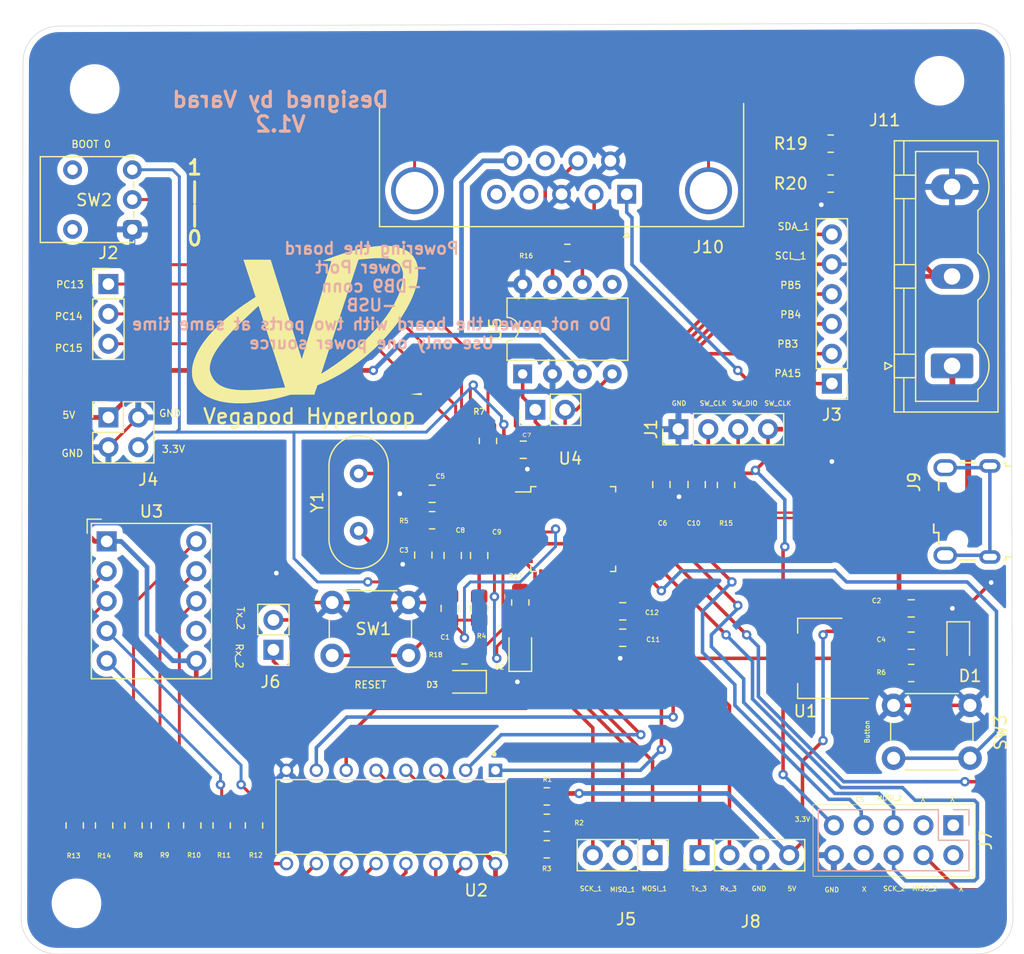
<source format=kicad_pcb>
(kicad_pcb (version 20211014) (generator pcbnew)
  (layers (0 "F.Cu" signal) (31 "B.Cu" signal) (34 "B.Paste" user) (35 "F.Paste" user) (36 "B.SilkS" user "B.Silkscreen") (37 "F.SilkS" user "F.Silkscreen") (38 "B.Mask" user) (39 "F.Mask" user) (44 "Edge.Cuts" user))
  (net 0 "")
  (net 1 "/Display_B")
  (net 2 "/Display_C")
  (net 3 "Net-(R1-Pad2)")
  (net 4 "Net-(R2-Pad2)")
  (net 5 "Net-(R3-Pad2)")
  (net 6 "/Display_D")
  (net 7 "/Display_A")
  (net 8 "GND")
  (net 9 "Net-(R12-Pad1)")
  (net 10 "Net-(R11-Pad1)")
  (net 11 "Net-(R10-Pad1)")
  (net 12 "Net-(R9-Pad1)")
  (net 13 "Net-(R8-Pad1)")
  (net 14 "Net-(R14-Pad1)")
  (net 15 "Net-(R13-Pad1)")
  (net 16 "VBUS")
  (net 17 "Net-(R14-Pad2)")
  (net 18 "Net-(R7-Pad1)")
  (net 19 "/BOOT0")
  (net 20 "Net-(R8-Pad2)")
  (net 21 "Net-(R9-Pad2)")
  (net 22 "Net-(R10-Pad2)")
  (net 23 "Net-(R11-Pad2)")
  (net 24 "Net-(R12-Pad2)")
  (net 25 "Net-(D1-Pad2)")
  (net 26 "+3.3V")
  (net 27 "/OSC_OUT")
  (net 28 "Net-(C3-Pad1)")
  (net 29 "/RESET")
  (net 30 "Net-(R13-Pad2)")
  (net 31 "/USB_D+")
  (net 32 "Net-(J10-Pad2)")
  (net 33 "Net-(J10-Pad7)")
  (net 34 "Net-(D2-Pad2)")
  (net 35 "/LED1")
  (net 36 "Net-(D3-Pad2)")
  (net 37 "/LED2")
  (net 38 "/CAN_Tx")
  (net 39 "/CAN_Rx")
  (net 41 "/PC13")
  (net 42 "/PC14")
  (net 43 "/PC15")
  (net 44 "/OSC_IN")
  (net 45 "/UART_2_Tx")
  (net 46 "/UART_2_Rx")
  (net 47 "/SPI_1_SCK")
  (net 48 "/SPI_1_MISO")
  (net 49 "/SPI_1_MOSI")
  (net 50 "/UART_3_Tx")
  (net 51 "/UART_3_Rx")
  (net 52 "/Usr_Push_btn")
  (net 53 "/SPI_2_SCK")
  (net 54 "/SPI_2_MISO")
  (net 55 "/SPI_2_MOSI")
  (net 56 "/CS")
  (net 57 "/A9")
  (net 58 "/A10")
  (net 59 "/USB_D-")
  (net 60 "/SW_DIO")
  (net 61 "/SW_SCK")
  (net 62 "/PA15")
  (net 63 "/SW_Trace")
  (net 64 "/PB4")
  (net 65 "/PB5")
  (net 66 "/I2C_1_SCL")
  (net 67 "/I2C_1_SDA")
  (net 70 "unconnected-(J9-Pad6)")
  (net 75 "unconnected-(J10-Pad0)")
  (footprint "Package_QFP:LQFP-48_7x7mm_P0.5mm" (layer "F.Cu") (at 148.5 93)
    (fp_text reference "U4")
    (fp_text value "STM32F103C8Tx")
  )
  (footprint "Resistor_SMD:R_0805_2012Metric_Pad1.20x1.40mm_HandSolder" (layer "F.Cu") (at 146.25 120.25 180)
    (fp_text reference "R3" hide)
    (fp_text value "R_US" hide)
  )
  (footprint "Connector_Dsub:DSUB-9_Male_Horizontal_P2.77x2.84mm_EdgePinOffset4.94mm_Housed_MountingHolesOffset7.48mm" (layer "F.Cu") (at 153.05 64.505331 180)
    (fp_text reference "J10")
    (fp_text value "DB9_Male_MountingHoles")
  )
  (footprint "Capacitor_SMD:C_0805_2012Metric_Pad1.18x1.45mm_HandSolder" (layer "F.Cu") (at 177.25 99.75)
    (fp_text reference "C2" hide)
    (fp_text value "22uF" hide)
  )
  (footprint "Resistor_SMD:R_0805_2012Metric_Pad1.20x1.40mm_HandSolder" (layer "F.Cu") (at 144 99.25 90)
    (fp_text reference "R17" hide)
    (fp_text value "1.5k" hide)
  )
  (footprint "Resistor_SMD:R_0805_2012Metric_Pad1.20x1.40mm_HandSolder" (layer "F.Cu") (at 146.25 115.75 180)
    (fp_text reference "R1" hide)
    (fp_text value "R_US" hide)
  )
  (footprint "Capacitor_SMD:C_0805_2012Metric_Pad1.18x1.45mm_HandSolder" (layer "F.Cu") (at 144.25 86.25)
    (fp_text reference "C7")
    (fp_text value "100nF" hide)
  )
  (footprint "Button_Switch_THT:SW_PUSH_6mm_H5mm" (layer "F.Cu") (at 175.75 108)
    (fp_text reference "SW3")
    (fp_text value "SW_Push" hide)
  )
  (footprint "Crystal:Crystal_HC49-U_Vertical" (layer "F.Cu") (at 130.25 93.15 90)
    (fp_text reference "Y1")
    (fp_text value "Crystal" hide)
  )
  (footprint "MountingHole:MountingHole_3.2mm_M3" (layer "F.Cu") (at 106.25 124.85)
    (fp_text reference "REF**" hide)
    (fp_text value "MountingHole_3.2mm_M3" hide)
  )
  (footprint "BluePill_slave:logo6" (layer "F.Cu") (at 125.629132 75.580647)
    (fp_text reference "G***" hide)
    (fp_text value "LOGO" hide)
  )
  (footprint "Connector_PinHeader_2.54mm:PinHeader_1x06_P2.54mm_Vertical" (layer "F.Cu") (at 170.5 80.62 180)
    (fp_text reference "J3")
    (fp_text value "Conn_01x06_Male" hide)
  )
  (footprint "Connector_PinHeader_2.54mm:PinHeader_1x02_P2.54mm_Vertical" (layer "F.Cu") (at 123 103.275 180)
    (fp_text reference "J6")
    (fp_text value "Conn_01x02_Male" hide)
  )
  (footprint "LED_SMD:LED_0805_2012Metric_Pad1.15x1.40mm_HandSolder" (layer "F.Cu") (at 144 103.25 90)
    (fp_text reference "D2" hide)
    (fp_text value "LED" hide)
  )
  (footprint "Button_Switch_THT:SW_Push_1P2T_Vertical_E-Switch_800UDP8P1A1M6" (layer "F.Cu") (at 111 67.5 180)
    (fp_text reference "SW2")
    (fp_text value "SW_SPDT" hide)
  )
  (footprint "Connector_USB:USB_Micro-B_Wuerth_629105150521" (layer "F.Cu") (at 181.99 91.505 90)
    (fp_text reference "J9")
    (fp_text value "USB_B_Micro")
  )
  (footprint "Resistor_SMD:R_0805_2012Metric_Pad1.20x1.40mm_HandSolder" (layer "F.Cu") (at 106.1 118.22 90)
    (fp_text reference "R13" hide)
    (fp_text value "R_US" hide)
  )
  (footprint "Capacitor_SMD:C_0805_2012Metric_Pad1.18x1.45mm_HandSolder" (layer "F.Cu") (at 152.7125 102.25 180)
    (fp_text reference "C11" hide)
    (fp_text value "100nF" hide)
  )
  (footprint "MountingHole:MountingHole_3.2mm_M3" (layer "F.Cu") (at 179.65 54.85)
    (fp_text reference "REF**" hide)
    (fp_text value "MountingHole_3.2mm_M3" hide)
  )
  (footprint "Resistor_SMD:R_0805_2012Metric_Pad1.20x1.40mm_HandSolder" (layer "F.Cu") (at 141.25 85.5 -90)
    (fp_text reference "R7")
    (fp_text value "10k" hide)
  )
  (footprint "Resistor_SMD:R_0805_2012Metric_Pad1.20x1.40mm_HandSolder" (layer "F.Cu") (at 111.1 118.22 90)
    (fp_text reference "R8" hide)
    (fp_text value "R_US" hide)
  )
  (footprint "Resistor_SMD:R_0805_2012Metric_Pad1.20x1.40mm_HandSolder" (layer "F.Cu") (at 161.5 89.25 90)
    (fp_text reference "R15" hide)
    (fp_text value "1.5k" hide)
  )
  (footprint "Package_DIP:DIP-8_W7.62mm" (layer "F.Cu") (at 144.2 79.8 90)
    (fp_text reference "U5")
    (fp_text value "MCP2551-I-SN" hide)
  )
  (footprint "Connector_PinHeader_2.54mm:PinHeader_1x04_P2.54mm_Vertical" (layer "F.Cu") (at 157.45 84.5 90)
    (fp_text reference "J1")
    (fp_text value "Conn_01x04_Male" hide)
  )
  (footprint "Connector_PinHeader_2.54mm:PinHeader_1x03_P2.54mm_Vertical" (layer "F.Cu") (at 108.966 72.151)
    (fp_text reference "J2")
    (fp_text value "Conn_01x03_Male" hide)
  )
  (footprint "Capacitor_SMD:C_0805_2012Metric_Pad1.18x1.45mm_HandSolder" (layer "F.Cu") (at 152.7125 100 180)
    (fp_text reference "C12" hide)
    (fp_text value "1uF" hide)
  )
  (footprint "Resistor_SMD:R_0805_2012Metric_Pad1.20x1.40mm_HandSolder" (layer "F.Cu") (at 170.4 63.6)
    (fp_text reference "R20")
    (fp_text value "R_US" hide)
  )
  (footprint "Resistor_SMD:R_0805_2012Metric_Pad1.20x1.40mm_HandSolder" (layer "F.Cu") (at 118.6 118.22 90)
    (fp_text reference "R11" hide)
    (fp_text value "R_US" hide)
  )
  (footprint "Resistor_SMD:R_0805_2012Metric_Pad1.20x1.40mm_HandSolder" (layer "F.Cu") (at 139.25 103.75)
    (fp_text reference "R18" hide)
    (fp_text value "1.5k" hide)
  )
  (footprint "Resistor_SMD:R_0805_2012Metric_Pad1.20x1.40mm_HandSolder" (layer "F.Cu") (at 121.35 118.22 90)
    (fp_text reference "R12" hide)
    (fp_text value "R_US" hide)
  )
  (footprint "Connector_PinHeader_2.54mm:PinHeader_1x04_P2.54mm_Vertical" (layer "F.Cu") (at 159.25 120.75 90)
    (fp_text reference "J8")
    (fp_text value "Conn_01x04_Male" hide)
  )
  (footprint "Resistor_SMD:R_0805_2012Metric_Pad1.20x1.40mm_HandSolder" (layer "F.Cu") (at 146.25 118 180)
    (fp_text reference "R2" hide)
    (fp_text value "R_US" hide)
  )
  (footprint "Button_Switch_THT:SW_PUSH_6mm_H5mm" (layer "F.Cu") (at 128 99.25)
    (fp_text reference "SW1")
    (fp_text value "SW_Push" hide)
  )
  (footprint "Capacitor_SMD:C_0805_2012Metric_Pad1.18x1.45mm_HandSolder" (layer "F.Cu") (at 136.5 90)
    (fp_text reference "C5" hide)
    (fp_text value "30pF" hide)
  )
  (footprint "Capacitor_SMD:C_0805_2012Metric_Pad1.18x1.45mm_HandSolder" (layer "F.Cu") (at 156 89.2125 -90)
    (fp_text reference "C6" hide)
    (fp_text value "100nF" hide)
  )
  (footprint "MountingHole:MountingHole_3.2mm_M3" (layer "F.Cu") (at 107.8 55.55)
    (fp_text reference "REF**" hide)
    (fp_text value "MountingHole_3.2mm_M3" hide)
  )
  (footprint "Package_TO_SOT_SMD:SOT-223-3_TabPin2" (layer "F.Cu") (at 169.5 104 180)
    (fp_text reference "U1")
    (fp_text value "AMS1117-3.3" hide)
  )
  (footprint "Capacitor_SMD:C_0805_2012Metric_Pad1.18x1.45mm_HandSolder" (layer "F.Cu") (at 138 99.75 90)
    (fp_text reference "C1" hide)
    (fp_text value "100nF" hide)
  )
  (footprint "Capacitor_SMD:C_0805_2012Metric_Pad1.18x1.45mm_HandSolder" (layer "F.Cu") (at 140.5 95.25 90)
    (fp_text reference "C9" hide)
    (fp_text value "100nF" hide)
  )
  (footprint "Resistor_SMD:R_0805_2012Metric_Pad1.20x1.40mm_HandSolder" (layer "F.Cu") (at 140.5 99.75 -90)
    (fp_text reference "R4" hide)
    (fp_text value "10k" hide)
  )
  (footprint "Capacitor_SMD:C_0805_2012Metric_Pad1.18x1.45mm_HandSolder" (layer "F.Cu") (at 177.25 102.5)
    (fp_text reference "C4" hide)
    (fp_text value "22uF" hide)
  )
  (footprint "Resistor_SMD:R_0805_2012Metric_Pad1.20x1.40mm_HandSolder" (layer "F.Cu") (at 148 69.5 180)
    (fp_text reference "R16")
    (fp_text value "120" hide)
  )
  (footprint "LED_SMD:LED_0805_2012Metric_Pad1.15x1.40mm_HandSolder" (layer "F.Cu") (at 139.25 106 180)
    (fp_text reference "D3")
    (fp_text value "LED" hide)
  )
  (footprint "Resistor_SMD:R_0805_2012Metric_Pad1.20x1.40mm_HandSolder" (layer "F.Cu") (at 113.35 118.22 90)
    (fp_text reference "R9" hide)
    (fp_text value "R_US" hide)
  )
  (footprint "Resistor_SMD:R_0805_2012Metric_Pad1.20x1.40mm_HandSolder" (layer "F.Cu") (at 170.4 60.2)
    (fp_text reference "R19")
    (fp_text value "R_US" hide)
  )
  (footprint "Capacitor_SMD:C_0805_2012Metric_Pad1.18x1.45mm_HandSolder" (layer "F.Cu") (at 135.75 95.2125 -90)
    (fp_text reference "C3" hide)
    (fp_text value "30pF" hide)
  )
  (footprint "Resistor_SMD:R_0805_2012Metric_Pad1.20x1.40mm_HandSolder" (layer "F.Cu") (at 108.6 118.22 90)
    (fp_text reference "R14" hide)
    (fp_text value "R_US" hide)
  )
  (footprint "Connector_PinHeader_2.54mm:PinHeader_1x02_P2.54mm_Vertical" (layer "F.Cu") (at 145.275 82.85 90)
    (fp_text reference "J12" hide)
    (fp_text value "Conn_01x02_Male" hide)
  )
  (footprint "Connector_PinHeader_2.54mm:PinHeader_1x03_P2.54mm_Vertical" (layer "F.Cu") (at 155.25 120.75 -90)
    (fp_text reference "J5")
    (fp_text value "Conn_01x03_Male" hide)
  )
  (footprint "Capacitor_SMD:C_0805_2012Metric_Pad1.18x1.45mm_HandSolder" (layer "F.Cu") (at 138.25 95.25 90)
    (fp_text reference "C8" hide)
    (fp_text value "100nF" hide)
  )
  (footprint "Resistor_SMD:R_0805_2012Metric_Pad1.20x1.40mm_HandSolder" (layer "F.Cu") (at 136.5 92.25 180)
    (fp_text reference "R5" hide)
    (fp_text value "10k" hide)
  )
  (footprint "Display_7Segment:Sx39-1xxxxx" (layer "F.Cu") (at 108.8175 94.0475)
    (fp_text reference "U3")
    (fp_text value "SA39-12EWA" hide)
  )
  (footprint "LED_SMD:LED_0805_2012Metric_Pad1.15x1.40mm_HandSolder" (layer "F.Cu") (at 181.25 102.75 -90)
    (fp_text reference "D1")
    (fp_text value "LED" hide)
  )
  (footprint "Resistor_SMD:R_0805_2012Metric_Pad1.20x1.40mm_HandSolder" (layer "F.Cu") (at 177.25 105.25 180)
    (fp_text reference "R6" hide)
    (fp_text value "1.5k" hide)
  )
  (footprint "Connector_Phoenix_GMSTB:PhoenixContact_GMSTBVA_2,5_3-G-7,62_1x03_P7.62mm_Vertical" (layer "F.Cu") (at 180.7225 79.12 90)
    (fp_text reference "J11")
    (fp_text value "Conn_01x03_Male" hide)
  )
  (footprint "Resistor_SMD:R_0805_2012Metric_Pad1.20x1.40mm_HandSolder" (layer "F.Cu") (at 116.1 118.22 90)
    (fp_text reference "R10" hide)
    (fp_text value "R_US" hide)
  )
  (footprint "Connector_PinHeader_2.54mm:PinHeader_2x02_P2.54mm_Vertical" (layer "F.Cu") (at 108.966 83.5)
    (fp_text reference "J4")
    (fp_text value "Conn_02x02_Odd_Even" hide)
  )
  (footprint "sn74ls47:DIP794W45P254L1930H508Q16" (layer "F.Cu") (at 133 117.5 -90)
    (fp_text reference "U2")
    (fp_text value "74LS47")
  )
  (footprint "Capacitor_SMD:C_0805_2012Metric_Pad1.18x1.45mm_HandSolder" (layer "F.Cu") (at 159 89.2125 -90)
    (fp_text reference "C10" hide)
    (fp_text value "100nF" hide)
  )
  (footprint "Connector_PinSocket_2.54mm:PinSocket_2x05_P2.54mm_Vertical" (layer "B.Cu") (at 180.83 118.21 90)
    (fp_text reference "J7")
    (fp_text value "Conn_02x05_Top_Bottom" hide)
  )
  (gr_line (start 123.22 114.325) (end 142.78 114.325) (layer "F.SilkS") (width 0.12))
  (gr_poly (pts (xy 182.65 122.55) (xy 168.9 122.55) (xy 168.9 116.45) (xy 182.65 116.45)) (layer "F.SilkS") (width 0.05) (fill none))
  (gr_line (start 142.78 120.675) (end 123.22 120.675) (layer "F.SilkS") (width 0.12))
  (gr_line (start 101.700001 53.35) (end 101.55 126.15) (layer "Edge.Cuts") (width 0.05))
  (gr_arc (start 182.65 49.95) (mid 184.806676 50.843324) (end 185.7 53) (layer "Edge.Cuts") (width 0.05))
  (gr_arc (start 101.700001 53.35) (mid 102.557096 51.127816) (end 104.75 50.198362) (layer "Edge.Cuts") (width 0.05))
  (gr_arc (start 104.55 129.15) (mid 102.42868 128.27132) (end 101.55 126.15) (layer "Edge.Cuts") (width 0.05))
  (gr_arc (start 185.9 126.15) (mid 185.02132 128.27132) (end 182.9 129.15) (layer "Edge.Cuts") (width 0.05))
  (gr_line (start 104.55 129.15) (end 182.9 129.15) (layer "Edge.Cuts") (width 0.05))
  (gr_line (start 185.9 126.15) (end 185.7 53) (layer "Edge.Cuts") (width 0.05))
  (gr_line (start 182.65 49.95) (end 104.75 50.198362) (layer "Edge.Cuts") (width 0.05))
  (gr_text "Designed by Varad\nV1.2" (at 123.6 57.5) (layer "B.SilkS") (effects (font (size 1.3 1.3) (thickness 0.27)) (justify mirror)))
  (gr_text "Powering the board\n-Power Port\n-DB9 conn\n-USB\nDo not power the board with two ports at same time\nUse only one power source\n \n \n" (at 131.35 74.75) (layer "B.SilkS") (effects (font (size 1 1) (thickness 0.2)) (justify mirror)))
  (gr_text "X\n" (at 178.25 116) (layer "F.SilkS") (effects (font (size 0.4 0.4) (thickness 0.075))))
  (gr_text "Tx_3\n" (at 159.2 123.6) (layer "F.SilkS") (effects (font (size 0.4 0.4) (thickness 0.075))))
  (gr_text "Button" (at 173.5 110.25 90) (layer "F.SilkS") (effects (font (size 0.4 0.4) (thickness 0.075))))
  (gr_text "X\n" (at 180.75 116) (layer "F.SilkS") (effects (font (size 0.4 0.4) (thickness 0.075))))
  (gr_text "PC15" (at 105.6 77.6) (layer "F.SilkS") (effects (font (size 0.6 0.6) (thickness 0.1))))
  (gr_text "C4" (at 174.7 102.4) (layer "F.SilkS") (effects (font (size 0.4 0.4) (thickness 0.075))))
  (gr_text "R10" (at 116.25 120.75) (layer "F.SilkS") (effects (font (size 0.4 0.4) (thickness 0.075))))
  (gr_text "GND" (at 114.2 83.15) (layer "F.SilkS") (effects (font (size 0.6 0.6) (thickness 0.1))))
  (gr_text "R14" (at 108.6 120.8) (layer "F.SilkS") (effects (font (size 0.4 0.4) (thickness 0.075))))
  (gr_text "C2" (at 174.3 99.1) (layer "F.SilkS") (effects (font (size 0.4 0.4) (thickness 0.075))))
  (gr_text "PB5" (at 167 72.25) (layer "F.SilkS") (effects (font (size 0.6 0.6) (thickness 0.1))))
  (gr_text "C10" (at 158.75 92.5) (layer "F.SilkS") (effects (font (size 0.4 0.4) (thickness 0.075))))
  (gr_text "C3" (at 134.1 94.8) (layer "F.SilkS") (effects (font (size 0.4 0.4) (thickness 0.075))))
  (gr_text "R8" (at 111.5 120.75) (layer "F.SilkS") (effects (font (size 0.4 0.4) (thickness 0.075))))
  (gr_text "D2" (at 142.25 104.75) (layer "F.SilkS") (effects (font (size 0.4 0.4) (thickness 0.075))))
  (gr_text "GND\n" (at 170.5 123.7) (layer "F.SilkS") (effects (font (size 0.4 0.4) (thickness 0.075))))
  (gr_text "C12" (at 155.2 100.1) (layer "F.SilkS") (effects (font (size 0.4 0.4) (thickness 0.075))))
  (gr_text "SW_DIO" (at 163.1 82.3) (layer "F.SilkS") (effects (font (size 0.4 0.4) (thickness 0.075))))
  (gr_text "PA15" (at 166.75 79.75) (layer "F.SilkS") (effects (font (size 0.6 0.6) (thickness 0.1))))
  (gr_text "R17" (at 143.6 97) (layer "F.SilkS") (effects (font (size 0.4 0.4) (thickness 0.075))))
  (gr_text "SW_CLK\n" (at 160.4 82.3) (layer "F.SilkS") (effects (font (size 0.4 0.4) (thickness 0.075))))
  (gr_text "PB4" (at 167 74.75) (layer "F.SilkS") (effects (font (size 0.6 0.6) (thickness 0.1))))
  (gr_text "MISO_1\n			" (at 152.7 124) (layer "F.SilkS") (effects (font (size 0.4 0.4) (thickness 0.075))))
  (gr_text "BOOT 0\n" (at 107.5 60.25) (layer "F.SilkS") (effects (font (size 0.6 0.6) (thickness 0.1))))
  (gr_text "SW_CLK\n" (at 165.9 82.3) (layer "F.SilkS") (effects (font (size 0.4 0.4) (thickness 0.075))))
  (gr_text "R13\n" (at 106 120.8) (layer "F.SilkS") (effects (font (size 0.4 0.4) (thickness 0.075))))
  (gr_text "R5" (at 134.1 92.3) (layer "F.SilkS") (effects (font (size 0.4 0.4) (thickness 0.075))))
  (gr_text "5V" (at 105.6 83.3) (layer "F.SilkS") (effects (font (size 0.6 0.6) (thickness 0.1))))
  (gr_text "C1" (at 137.6 102.2) (layer "F.SilkS") (effects (font (size 0.4 0.4) (thickness 0.075))))
  (gr_text "CS" (at 172.9 116) (layer "F.SilkS") (effects (font (size 0.4 0.4) (thickness 0.075))))
  (gr_text "Tx_2" (at 120.2 100.6 270) (layer "F.SilkS") (effects (font (size 0.6 0.6) (thickness 0.1))))
  (gr_text "R18" (at 136.8 103.7) (layer "F.SilkS") (effects (font (size 0.4 0.4) (thickness 0.075))))
  (gr_text "3.3V\n" (at 168 117.7) (layer "F.SilkS") (effects (font (size 0.4 0.4) (thickness 0.075))))
  (gr_text "MOSI_1" (at 155.4 123.6) (layer "F.SilkS") (effects (font (size 0.4 0.4) (thickness 0.075))))
  (gr_text "R6" (at 174.7 105.2) (layer "F.SilkS") (effects (font (size 0.4 0.4) (thickness 0.075))))
  (gr_text "X" (at 181.5 123.65) (layer "F.SilkS") (effects (font (size 0.4 0.4) (thickness 0.075))))
  (gr_text "C5" (at 137.2 88.5) (layer "F.SilkS") (effects (font (size 0.4 0.4) (thickness 0.075))))
  (gr_text "SCL_1" (at 167 69.75) (layer "F.SilkS") (effects (font (size 0.6 0.6) (thickness 0.1))))
  (gr_text "R3" (at 146.25 121.9) (layer "F.SilkS") (effects (font (size 0.4 0.4) (thickness 0.075))))
  (gr_text "RESET" (at 131.25 106.25) (layer "F.SilkS") (effects (font (size 0.6 0.6) (thickness 0.1))))
  (gr_text "R1" (at 146.3 114.3) (layer "F.SilkS") (effects (font (size 0.4 0.4) (thickness 0.075))))
  (gr_text "R11" (at 118.8 120.75) (layer "F.SilkS") (effects (font (size 0.4 0.4) (thickness 0.075))))
  (gr_text "GND" (at 105.9 86.55) (layer "F.SilkS") (effects (font (size 0.6 0.6) (thickness 0.1))))
  (gr_text "3.3V" (at 114.5 86.2) (layer "F.SilkS") (effects (font (size 0.6 0.6) (thickness 0.1))))
  (gr_text "R15" (at 161.5 92.5) (layer "F.SilkS") (effects (font (size 0.4 0.4) (thickness 0.075))))
  (gr_text "SCK_2\n" (at 175.8 123.6) (layer "F.SilkS") (effects (font (size 0.4 0.4) (thickness 0.075))))
  (gr_text "R9" (at 113.75 120.75) (layer "F.SilkS") (effects (font (size 0.4 0.4) (thickness 0.075))))
  (gr_text "MOSI_2\n" (at 175.4 115.9) (layer "F.SilkS") (effects (font (size 0.4 0.4) (thickness 0.075))))
  (gr_text "PB3\n" (at 166.75 77.25) (layer "F.SilkS") (effects (font (size 0.6 0.6) (thickness 0.1))))
  (gr_text "GND" (at 164.3 123.6) (layer "F.SilkS") (effects (font (size 0.4 0.4) (thickness 0.075))))
  (gr_text "C8" (at 138.9 93.1) (layer "F.SilkS") (effects (font (size 0.4 0.4) (thickness 0.075))))
  (gr_text "R12" (at 121.5 120.75) (layer "F.SilkS") (effects (font (size 0.4 0.4) (thickness 0.075))))
  (gr_text "Vegapod Hyperloop" (at 126.05 83.4) (layer "F.SilkS") (effects (font (size 1.25 1.25) (thickness 0.2))))
  (gr_text "X" (at 173.25 123.65) (layer "F.SilkS") (effects (font (size 0.4 0.4) (thickness 0.075))))
  (gr_text "GND\n" (at 157.5 82.3) (layer "F.SilkS") (effects (font (size 0.4 0.4) (thickness 0.075))))
  (gr_text "SCK_1\n" (at 150 123.6) (layer "F.SilkS") (effects (font (size 0.4 0.4) (thickness 0.075))))
  (gr_text "Rx_3" (at 161.7 123.6) (layer "F.SilkS") (effects (font (size 0.4 0.4) (thickness 0.075))))
  (gr_text "Rx_2" (at 120.1 103.8 270) (layer "F.SilkS") (effects (font (size 0.6 0.6) (thickness 0.1))))
  (gr_text "PC14\n" (at 105.6 74.9) (layer "F.SilkS") (effects (font (size 0.6 0.6) (thickness 0.1))))
  (gr_text "C11" (at 155.3 102.4) (layer "F.SilkS") (effects (font (size 0.4 0.4) (thickness 0.075))))
  (gr_text "C9" (at 142 93.25) (layer "F.SilkS") (effects (font (size 0.4 0.4) (thickness 0.075))))
  (gr_text "R2" (at 149 118) (layer "F.SilkS") (effects (font (size 0.4 0.4) (thickness 0.075))))
  (gr_text "SDA_1" (at 167.25 67.25) (layer "F.SilkS") (effects (font (size 0.6 0.6) (thickness 0.1))))
  (gr_text "1\n|\n|\n0" (at 116.3 65.25) (layer "F.SilkS") (effects (font (size 1.25 1.25) (thickness 0.25))))
  (gr_text "R4" (at 140.7 102.1) (layer "F.SilkS") (effects (font (size 0.4 0.4) (thickness 0.075))))
  (gr_text "MISO_2\n" (at 178.4 123.6) (layer "F.SilkS") (effects (font (size 0.4 0.4) (thickness 0.075))))
  (gr_text "PC13" (at 105.7 72.2) (layer "F.SilkS") (effects (font (size 0.6 0.6) (thickness 0.1))))
  (gr_text "C6" (at 156.1 92.5) (layer "F.SilkS") (effects (font (size 0.4 0.4) (thickness 0.075))))
  (gr_text "5V\n" (at 167.1 123.6) (layer "F.SilkS") (effects (font (size 0.4 0.4) (thickness 0.075))))
  (segment (start 148.75 100) (end 149 100.25) (width 0.3) (layer "F.Cu") (net 1))
  (segment (start 149 104.5) (end 150.5 106) (width 0.3) (layer "F.Cu") (net 1))
  (segment (start 148.75 97.1625) (end 148.75 99.75) (width 0.3) (layer "F.Cu") (net 1))
  (segment (start 150.75 106.25) (end 155.75 106.25) (width 0.3) (layer "F.Cu") (net 1))
  (segment (start 155.75 106.25) (end 156 106.5) (width 0.3) (layer "F.Cu") (net 1))
  (segment (start 149 100.25) (end 149 104) (width 0.3) (layer "F.Cu") (net 1))
  (segment (start 149 104) (end 149 104.5) (width 0.3) (layer "F.Cu") (net 1))
  (segment (start 150.5 106) (end 150.75 106.25) (width 0.3) (layer "F.Cu") (net 1))
  (segment (start 156 106.5) (end 156 111.75) (width 0.3) (layer "F.Cu") (net 1))
  (segment (start 148.75 99.75) (end 148.75 100) (width 0.3) (layer "F.Cu") (net 1))
  (via (at 156 111.75) (size 0.8) (drill 0.4) (layers "F.Cu" "B.Cu") (net 1))
  (segment (start 154.22 113.53) (end 141.89 113.53) (width 0.3) (layer "B.Cu") (net 1))
  (segment (start 156 111.75) (end 154.22 113.53) (width 0.3) (layer "B.Cu") (net 1))
  (segment (start 148.25 97.1625) (end 148.25 104) (width 0.3) (layer "F.Cu") (net 2))
  (segment (start 148.25 104.5) (end 154.25 110.5) (width 0.3) (layer "F.Cu") (net 2))
  (segment (start 148.25 104) (end 148.25 104.5) (width 0.3) (layer "F.Cu") (net 2))
  (via (at 154.25 110.5) (size 0.8) (drill 0.4) (layers "F.Cu" "B.Cu") (net 2))
  (segment (start 142.38 110.5) (end 139.35 113.53) (width 0.3) (layer "B.Cu") (net 2))
  (segment (start 154.25 110.5) (end 142.38 110.5) (width 0.3) (layer "B.Cu") (net 2))
  (segment (start 139.03 115.75) (end 145.25 115.75) (width 0.25) (layer "F.Cu") (net 3))
  (segment (start 136.81 113.53) (end 139.03 115.75) (width 0.25) (layer "F.Cu") (net 3))
  (segment (start 138.74 118) (end 145.25 118) (width 0.25) (layer "F.Cu") (net 4))
  (segment (start 134.27 113.53) (end 138.74 118) (width 0.25) (layer "F.Cu") (net 4))
  (segment (start 136.95 118.75) (end 143.75 118.75) (width 0.25) (layer "F.Cu") (net 5))
  (segment (start 131.73 113.53) (end 136.95 118.75) (width 0.25) (layer "F.Cu") (net 5))
  (segment (start 143.75 118.75) (end 145.25 120.25) (width 0.25) (layer "F.Cu") (net 5))
  (segment (start 146.25 106.5) (end 144.5 108.25) (width 0.3) (layer "F.Cu") (net 6))
  (segment (start 131.75 108.25) (end 129.19 110.81) (width 0.3) (layer "F.Cu") (net 6))
  (segment (start 129.19 110.81) (end 129.19 113.53) (width 0.3) (layer "F.Cu") (net 6))
  (segment (start 146.25 97.1625) (end 146.25 106.5) (width 0.3) (layer "F.Cu") (net 6))
  (segment (start 144.5 108.25) (end 131.75 108.25) (width 0.3) (layer "F.Cu") (net 6))
  (segment (start 156.25 105.75) (end 151.042894 105.75) (width 0.3) (layer "F.Cu") (net 7))
  (segment (start 149.5 100) (end 149.25 99.75) (width 0.3) (layer "F.Cu") (net 7))
  (segment (start 149.5 104.207106) (end 149.5 100) (width 0.3) (layer "F.Cu") (net 7))
  (segment (start 157 109) (end 157 106.5) (width 0.3) (layer "F.Cu") (net 7))
  (segment (start 149.25 99.75) (end 149.25 97.1625) (width 0.3) (layer "F.Cu") (net 7))
  (segment (start 157 106.5) (end 156.25 105.75) (width 0.3) (layer "F.Cu") (net 7))
  (segment (start 151.042894 105.75) (end 149.5 104.207106) (width 0.3) (layer "F.Cu") (net 7))
  (via (at 157 109) (size 0.8) (drill 0.4) (layers "F.Cu" "B.Cu") (net 7))
  (segment (start 129.25 109) (end 126.65 111.6) (width 0.3) (layer "B.Cu") (net 7))
  (segment (start 126.65 111.6) (end 126.65 113.53) (width 0.3) (layer "B.Cu") (net 7))
  (segment (start 157 109) (end 129.25 109) (width 0.3) (layer "B.Cu") (net 7))
  (segment (start 156 90.25) (end 157.5 90.25) (width 0.3) (layer "F.Cu") (net 8))
  (segment (start 128 99.25) (end 134.5 99.25) (width 0.3) (layer "F.Cu") (net 8))
  (segment (start 135.4625 90) (end 133.75 90) (width 0.3) (layer "F.Cu") (net 8))
  (segment (start 125.75 99.25) (end 123.25 96.75) (width 0.3) (layer "F.Cu") (net 8))
  (segment (start 145.2875 87.2125) (end 144.6 87.9) (width 0.3) (layer "F.Cu") (net 8))
  (segment (start 135.75 96.25) (end 134.25 96.25) (width 0.3) (layer "F.Cu") (net 8))
  (segment (start 157.5 90.25) (end 158.5 90.25) (width 0.3) (layer "F.Cu") (net 8))
  (segment (start 146.25 87.2125) (end 145.2875 86.25) (width 0.3) (layer "F.Cu") (net 8))
  (segment (start 173.455 90.205) (end 170.5 87.25) (width 0.3) (layer "F.Cu") (net 8))
  (segment (start 137.4625 99.25) (end 138 98.7125) (width 0.3) (layer "F.Cu") (net 8))
  (segment (start 140.275 106) (end 142.275 106) (width 0.25) (layer "F.Cu") (net 8))
  (segment (start 174.05 106.3) (end 175.75 108) (width 0.25) (layer "F.Cu") (net 8))
  (segment (start 180.475 102.5) (end 181.25 101.725) (width 0.3) (layer "F.Cu") (net 8))
  (segment (start 178.2875 102.2125) (end 180.75 99.75) (width 0.3) (layer "F.Cu") (net 8))
  (segment (start 134.25 96.25) (end 134 96) (width 0.3) (layer "F.Cu") (net 8))
  (segment (start 178.2875 102.5) (end 178.2875 102.2125) (width 0.3) (layer "F.Cu") (net 8))
  (segment (start 142.5 106) (end 143.75 106) (width 0.25) (layer "F.Cu") (net 8))
  (segment (start 155.5 90.75) (end 156 90.25) (width 0.3) (layer "F.Cu") (net 8))
  (segment (start 178.2875 102.5) (end 178.2875 99.75) (width 0.3) (layer "F.Cu") (net 8))
  (segment (start 144.3375 93.75) (end 140.9625 93.75) (width 0.3) (layer "F.Cu") (net 8))
  (segment (start 145.2875 86.25) (end 145.2875 87.2125) (width 0.3) (layer "F.Cu") (net 8))
  (segment (start 135.75 96.25) (end 137.7875 94.2125) (width 0.3) (layer "F.Cu") (net 8))
  (segment (start 151.675 103.175) (end 152.5 104) (width 0.3) (layer "F.Cu") (net 8))
  (segment (start 142.275 106) (end 142.3875 105.8875) (width 0.25) (layer "F.Cu") (net 8))
  (segment (start 151.675 102.25) (end 151.675 100) (width 0.3) (layer "F.Cu") (net 8))
  (segment (start 184.05 97.55) (end 181.85 99.75) (width 0.3) (layer "F.Cu") (net 8))
  (segment (start 150.75 99.075) (end 151.675 100) (width 0.3) (layer "F.Cu") (net 8))
  (segment (start 146.25 88.8375) (end 146.25 87.2125) (width 0.3) (layer "F.Cu") (net 8))
  (segment (start 175.75 108) (end 182.25 108) (width 0.3) (layer "F.Cu") (net 8))
  (segment (start 151.675 102.25) (end 151.675 103.175) (width 0.3) (layer "F.Cu") (net 8))
  (segment (start 152.6625 90.75) (end 155.5 90.75) (width 0.3) (layer "F.Cu") (net 8))
  (segment (start 181.85 99.75) (end 180.75 99.75) (width 0.3) (layer "F.Cu") (net 8))
  (segment (start 128 99.25) (end 125.75 99.25) (width 0.3) (layer "F.Cu") (net 8))
  (segment (start 150.75 97.1625) (end 150.75 99.075) (width 0.3) (layer "F.Cu") (net 8))
  (segment (start 142.3875 105.8875) (end 144 104.275) (width 0.25) (layer "F.Cu") (net 8))
  (segment (start 108.966 86.04) (end 111.506 83.5) (width 0.25) (layer "F.Cu") (net 8))
  (segment (start 172.65 106.3) (end 174.05 106.3) (width 0.25) (layer "F.Cu") (net 8))
  (segment (start 134.5 99.25) (end 137.4625 99.25) (width 0.3) (layer "F.Cu") (net 8))
  (segment (start 180.09 90.205) (end 173.455 90.205) (width 0.3) (layer "F.Cu") (net 8))
  (segment (start 137.7875 94.2125) (end 138.25 94.2125) (width 0.3) (layer "F.Cu") (net 8))
  (segment (start 142.3875 105.8875) (end 142.5 106) (width 0.25) (layer "F.Cu") (net 8))
  (segment (start 140.9625 93.75) (end 140.5 94.2125) (width 0.3) (layer "F.Cu") (net 8))
  (segment (start 140.5 94.2125) (end 138.25 94.2125) (width 0.3) (layer "F.Cu") (net 8))
  (segment (start 178.2875 102.5) (end 180.475 102.5) (width 0.3) (layer "F.Cu") (net 8))
  (via (at 123.25 96.75) (size 0.8) (drill 0.4) (layers "F.Cu" "B.Cu") (net 8))
  (via (at 134 96) (size 0.8) (drill 0.4) (layers "F.Cu" "B.Cu") (net 8))
  (via (at 170.5 87.25) (size 0.8) (drill 0.4) (layers "F.Cu" "B.Cu") (net 8))
  (via (at 133.75 90) (size 0.8) (drill 0.4) (layers "F.Cu" "B.Cu") (net 8))
  (via (at 184.05 97.55) (size 0.8) (drill 0.4) (layers "F.Cu" "B.Cu") (net 8))
  (via (at 143.75 106) (size 0.8) (drill 0.4) (layers "F.Cu" "B.Cu") (net 8))
  (via (at 180.75 99.75) (size 0.8) (drill 0.4) (layers "F.Cu" "B.Cu") (net 8))
  (via (at 157.5 90.25) (size 0.8) (drill 0.4) (layers "F.Cu" "B.Cu") (net 8))
  (via (at 152.5 104) (size 0.8) (drill 0.4) (layers "F.Cu" "B.Cu") (net 8))
  (via (at 144.6 87.9) (size 0.8) (drill 0.4) (layers "F.Cu" "B.Cu") (net 8))
  (segment (start 168.25 82.25) (end 158.25 82.25) (width 0.3) (layer "B.Cu") (net 8))
  (segment (start 158.25 82.25) (end 157.45 83.05) (width 0.3) (layer "B.Cu") (net 8))
  (segment (start 170.5 87.25) (end 170.5 84.5) (width 0.3) (layer "B.Cu") (net 8))
  (segment (start 157.45 83.05) (end 157.45 84.5) (width 0.3) (layer "B.Cu") (net 8))
  (segment (start 170.5 84.5) (end 168.25 82.25) (width 0.3) (layer "B.Cu") (net 8))
  (segment (start 121.35 120.75) (end 122.07 121.47) (width 0.3) (layer "F.Cu") (net 9))
  (segment (start 122.07 121.47) (end 124.11 121.47) (width 0.3) (layer "F.Cu") (net 9))
  (segment (start 121.35 119.22) (end 121.35 120.75) (width 0.3) (layer "F.Cu") (net 9))
  (segment (start 126.65 121.47) (end 125.37 122.75) (width 0.3) (layer "F.Cu") (net 10))
  (segment (start 121.75 122.75) (end 118.6 119.6) (width 0.3) (layer "F.Cu") (net 10))
  (segment (start 118.6 119.6) (end 118.6 119.22) (width 0.3) (layer "F.Cu") (net 10))
  (segment (start 125.37 122.75) (end 121.75 122.75) (width 0.3) (layer "F.Cu") (net 10))
  (segment (start 129.19 122.06) (end 129.19 121.47) (width 0.3) (layer "F.Cu") (net 11))
  (segment (start 120.13 123.25) (end 128 123.25) (width 0.3) (layer "F.Cu") (net 11))
  (segment (start 116.1 119.22) (end 120.13 123.25) (width 0.3) (layer "F.Cu") (net 11))
  (segment (start 128 123.25) (end 129.19 122.06) (width 0.3) (layer "F.Cu") (net 11))
  (segment (start 117.88 123.75) (end 129.5 123.75) (width 0.3) (layer "F.Cu") (net 12))
  (segment (start 129.5 123.7) (end 131.73 121.47) (width 0.3) (layer "F.Cu") (net 12))
  (segment (start 113.35 119.22) (end 117.88 123.75) (width 0.3) (layer "F.Cu") (net 12))
  (segment (start 129.5 123.75) (end 129.5 123.7) (width 0.3) (layer "F.Cu") (net 12))
  (segment (start 111.1 119.22) (end 116.13 124.25) (width 0.3) (layer "F.Cu") (net 13))
  (segment (start 134.27 122.23) (end 134.27 121.47) (width 0.3) (layer "F.Cu") (net 13))
  (segment (start 132.25 124.25) (end 134.27 122.23) (width 0.3) (layer "F.Cu") (net 13))
  (segment (start 116.13 124.25) (end 132.25 124.25) (width 0.3) (layer "F.Cu") (net 13))
  (segment (start 114.75 124.75) (end 134.75 124.75) (width 0.3) (layer "F.Cu") (net 14))
  (segment (start 136.81 122.69) (end 136.81 121.47) (width 0.3) (layer "F.Cu") (net 14))
  (segment (start 134.75 124.75) (end 136.81 122.69) (width 0.3) (layer "F.Cu") (net 14))
  (segment (start 108.6 119.22) (end 109.22 119.22) (width 0.3) (layer "F.Cu") (net 14))
  (segment (start 109.22 119.22) (end 114.75 124.75) (width 0.3) (layer "F.Cu") (net 14))
  (segment (start 106.1 119.22) (end 112.13 125.25) (width 0.3) (layer "F.Cu") (net 15))
  (segment (start 112.13 125.25) (end 135.57 125.25) (width 0.3) (layer "F.Cu") (net 15))
  (segment (start 135.57 125.25) (end 139.35 121.47) (width 0.3) (layer "F.Cu") (net 15))
  (segment (start 180.75 81.5) (end 182.090001 82.840001) (width 0.5) (layer "F.Cu") (net 16))
  (segment (start 174.2625 101.7) (end 176.2125 99.75) (width 0.3) (layer "F.Cu") (net 16))
  (segment (start 180.75 79.1475) (end 180.75 81.5) (width 0.5) (layer "F.Cu") (net 16))
  (segment (start 176.2125 95.0375) (end 176.2125 99.75) (width 0.4) (layer "F.Cu") (net 16))
  (segment (start 168 119.62) (end 166.87 120.75) (width 0.3) (layer "F.Cu") (net 16))
  (segment (start 120.75 109) (end 118.5 109) (width 0.4) (layer "F.Cu") (net 16))
  (segment (start 182.090001 82.840001) (end 182.090001 91.929999) (width 0.5) (layer "F.Cu") (net 16))
  (segment (start 147.25 122.75) (end 146.5 123.5) (width 0.4) (layer "F.Cu") (net 16))
  (segment (start 169.75 111) (end 168 112.75) (width 0.3) (layer "F.Cu") (net 16))
  (segment (start 141.89 123.14) (end 141.89 121.47) (width 0.4) (layer "F.Cu") (net 16))
  (segment (start 169.75 102) (end 170.05 101.7) (width 0.3) (layer "F.Cu") (net 16))
  (segment (start 180.7225 79.12) (end 180.75 79.1475) (width 0.5) (layer "F.Cu") (net 16))
  (segment (start 122.25 115.75) (end 122.25 110.5) (width 0.4) (layer "F.Cu") (net 16))
  (segment (start 118.5 109) (end 116.4375 106.9375) (width 0.4) (layer "F.Cu") (net 16))
  (segment (start 178.445 92.805) (end 176.2125 95.0375) (width 0.4) (layer "F.Cu") (net 16))
  (segment (start 147.25 120.25) (end 147.25 118) (width 0.4) (layer "F.Cu") (net 16))
  (segment (start 168 112.75) (end 168 119.62) (width 0.3) (layer "F.Cu") (net 16))
  (segment (start 142.25 123.5) (end 141.89 123.14) (width 0.4) (layer "F.Cu") (net 16))
  (segment (start 116.4375 106.9375) (end 116.4375 104.2075) (width 0.4) (layer "F.Cu") (net 16))
  (segment (start 147.25 115.75) (end 147.25 118) (width 0.4) (layer "F.Cu") (net 16))
  (segment (start 105.5 91.75) (end 105.5 85.25) (width 0.4) (layer "F.Cu") (net 16))
  (segment (start 146.5 123.5) (end 142.25 123.5) (width 0.4) (layer "F.Cu") (net 16))
  (segment (start 107.7975 94.0475) (end 105.5 91.75) (width 0.4) (layer "F.Cu") (net 16))
  (segment (start 182.090001 91.929999) (end 181.19 92.83) (width 0.5) (layer "F.Cu") (net 16))
  (segment (start 147.5 115.5) (end 147.25 115.75) (width 0.4) (layer "F.Cu") (net 16))
  (segment (start 126.25 119.75) (end 122.25 115.75) (width 0.4) (layer "F.Cu") (net 16))
  (segment (start 180.09 92.805) (end 178.445 92.805) (width 0.4) (layer "F.Cu") (net 16))
  (segment (start 131.5 79.5) (end 112.966 79.5) (width 0.4) (layer "F.Cu") (net 16))
  (segment (start 122.25 110.5) (end 120.75 109) (width 0.4) (layer "F.Cu") (net 16))
  (segment (start 140.17 119.75) (end 126.25 119.75) (width 0.4) (layer "F.Cu") (net 16))
  (segment (start 181.19 92.83) (end 180.09 92.83) (width 0.5) (layer "F.Cu") (net 16))
  (segment (start 107.25 83.5) (end 108.966 83.5) (width 0.4) (layer "F.Cu") (net 16))
  (segment (start 112.966 79.5) (end 108.966 83.5) (width 0.4) (layer "F.Cu") (net 16))
  (segment (start 108.8175 94.0475) (end 107.7975 94.0475) (width 0.4) (layer "F.Cu") (net 16))
  (segment (start 141.89 121.47) (end 140.17 119.75) (width 0.4) (layer "F.Cu") (net 16))
  (segment (start 105.5 85.25) (end 107.25 83.5) (width 0.4) (layer "F.Cu") (net 16))
  (segment (start 149 115.5) (end 147.5 115.5) (width 0.4) (layer "F.Cu") (net 16))
  (segment (start 147.25 120.25) (end 147.25 122.75) (width 0.4) (layer "F.Cu") (net 16))
  (segment (start 170.05 101.7) (end 172.65 101.7) (width 0.3) (layer "F.Cu") (net 16))
  (segment (start 172.65 101.7) (end 174.2625 101.7) (width 0.3) (layer "F.Cu") (net 16))
  (via (at 149 115.5) (size 0.8) (drill 0.4) (layers "F.Cu" "B.Cu") (net 16))
  (via (at 169.75 102) (size 0.8) (drill 0.4) (layers "F.Cu" "B.Cu") (net 16))
  (via (at 131.5 79.5) (size 0.8) (drill 0.4) (layers "F.Cu" "B.Cu") (net 16))
  (via (at 169.75 111) (size 0.8) (drill 0.4) (layers "F.Cu" "B.Cu") (net 16))
  (segment (start 139 76.5) (end 145.98 76.5) (width 0.4) (layer "B.Cu") (net 16))
  (segment (start 114.4575 104.2075) (end 112.25 102) (width 0.4) (layer "B.Cu") (net 16))
  (segment (start 110.0475 94.0475) (end 108.8175 94.0475) (width 0.4) (layer "B.Cu") (net 16))
  (segment (start 145.98 76.5) (end 149.28 79.8) (width 0.4) (layer "B.Cu") (net 16))
  (segment (start 139 63.5) (end 139 76.5) (width 0.4) (layer "B.Cu") (net 16))
  (segment (start 134.5 76.5) (end 139 76.5) (width 0.4) (layer "B.Cu") (net 16))
  (segment (start 169.75 102) (end 169.75 111) (width 0.3) (layer "B.Cu") (net 16))
  (segment (start 116.4375 104.2075) (end 114.4575 104.2075) (width 0.4) (layer "B.Cu") (net 16))
  (segment (start 143.355 61.665331) (end 140.834669 61.665331) (width 0.4) (layer "B.Cu") (net 16))
  (segment (start 112.25 96.25) (end 110.0475 94.0475) (width 0.4) (layer "B.Cu") (net 16))
  (segment (start 149 115.5) (end 161.62 115.5) (width 0.4) (layer "B.Cu") (net 16))
  (segment (start 140.834669 61.665331) (end 139 63.5) (width 0.4) (layer "B.Cu") (net 16))
  (segment (start 161.62 115.5) (end 166.87 120.75) (width 0.4) (layer "B.Cu") (net 16))
  (segment (start 131.5 79.5) (end 134.5 76.5) (width 0.4) (layer "B.Cu") (net 16))
  (segment (start 112.25 102) (end 112.25 96.25) (width 0.4) (layer "B.Cu") (net 16))
  (segment (start 106.75 100.75) (end 107.195 100.75) (width 0.25) (layer "F.Cu") (net 17))
  (segment (start 108.6 117.1) (end 106.75 115.25) (width 0.25) (layer "F.Cu") (net 17))
  (segment (start 108.6 117.22) (end 108.6 117.1) (width 0.25) (layer "F.Cu") (net 17))
  (segment (start 106.75 115.25) (end 106.75 100.75) (width 0.25) (layer "F.Cu") (net 17))
  (segment (start 107.195 100.75) (end 108.8175 99.1275) (width 0.25) (layer "F.Cu") (net 17))
  (segment (start 113 65.5) (end 113 69.75) (width 0.25) (layer "F.Cu") (net 18))
  (segment (start 113 69.75) (end 113.75 70.5) (width 0.25) (layer "F.Cu") (net 18))
  (segment (start 141.25 79.5) (end 141.25 84.5) (width 0.25) (layer "F.Cu") (net 18))
  (segment (start 111 64.96) (end 112.46 64.96) (width 0.25) (layer "F.Cu") (net 18))
  (segment (start 112.46 64.96) (end 113 65.5) (width 0.25) (layer "F.Cu") (net 18))
  (segment (start 132.25 70.5) (end 141.25 79.5) (width 0.25) (layer "F.Cu") (net 18))
  (segment (start 113.75 70.5) (end 132.25 70.5) (width 0.25) (layer "F.Cu") (net 18))
  (segment (start 147.75 88.8375) (end 147.75 90) (width 0.25) (layer "F.Cu") (net 19))
  (segment (start 145.9375 90.5) (end 144.75 89.3125) (width 0.25) (layer "F.Cu") (net 19))
  (segment (start 144.75 89.3125) (end 144.0625 89.3125) (width 0.25) (layer "F.Cu") (net 19))
  (segment (start 144.0625 89.3125) (end 141.25 86.5) (width 0.25) (layer "F.Cu") (net 19))
  (segment (start 147.75 90) (end 147.25 90.5) (width 0.25) (layer "F.Cu") (net 19))
  (segment (start 147.25 90.5) (end 145.9375 90.5) (width 0.25) (layer "F.Cu") (net 19))
  (segment (start 111.1 99.385) (end 116.4375 94.0475) (width 0.25) (layer "F.Cu") (net 20))
  (segment (start 111.1 117.22) (end 111.1 99.385) (width 0.25) (layer "F.Cu") (net 20))
  (segment (start 113.35 99.675) (end 116.4375 96.5875) (width 0.25) (layer "F.Cu") (net 21))
  (segment (start 113.35 117.22) (end 113.35 99.675) (width 0.25) (layer "F.Cu") (net 21))
  (segment (start 115 100.5) (end 115.065 100.5) (width 0.25) (layer "F.Cu") (net 22))
  (segment (start 116.1 116.6) (end 115 115.5) (width 0.25) (layer "F.Cu") (net 22))
  (segment (start 115 115.5) (end 115 100.5) (width 0.25) (layer "F.Cu") (net 22))
  (segment (start 115.065 100.5) (end 116.4375 99.1275) (width 0.25) (layer "F.Cu") (net 22))
  (segment (start 116.1 117.22) (end 116.1 116.6) (width 0.25) (layer "F.Cu") (net 22))
  (segment (start 118.6 117.22) (end 118.6 114.85) (width 0.25) (layer "F.Cu") (net 23))
  (segment (start 118.6 114.85) (end 118.5 114.75) (width 0.25) (layer "F.Cu") (net 23))
  (via (at 118.5 114.75) (size 0.8) (drill 0.4) (layers "F.Cu" "B.Cu") (net 23))
  (segment (start 118.5 114.75) (end 118.5 113.89) (width 0.25) (layer "B.Cu") (net 23))
  (segment (start 118.5 113.89) (end 108.8175 104.2075) (width 0.25) (layer "B.Cu") (net 23))
  (segment (start 121.35 117.22) (end 121.35 115.85) (width 0.25) (layer "F.Cu") (net 24))
  (segment (start 121.35 115.85) (end 120.25 114.75) (width 0.25) (layer "F.Cu") (net 24))
  (via (at 120.25 114.75) (size 0.8) (drill 0.4) (layers "F.Cu" "B.Cu") (net 24))
  (segment (start 120.25 114.75) (end 120.25 113.1) (width 0.25) (layer "B.Cu") (net 24))
  (segment (start 120.25 113.1) (end 108.8175 101.6675) (width 0.25) (layer "B.Cu") (net 24))
  (segment (start 179.775 105.25) (end 181.25 103.775) (width 0.3) (layer "F.Cu") (net 25))
  (segment (start 178.25 105.25) (end 179.775 105.25) (width 0.3) (layer "F.Cu") (net 25))
  (segment (start 139.75 87.5) (end 139.75 84) (width 0.25) (layer "F.Cu") (net 26))
  (segment (start 179.3 71.5) (end 180.7225 71.5) (width 0.4) (layer "F.Cu") (net 26))
  (segment (start 166.35 104) (end 154.5 104) (width 0.3) (layer "F.Cu") (net 26))
  (segment (start 172.65 104) (end 174.7125 104) (width 0.3) (layer "F.Cu") (net 26))
  (segment (start 175 73.25) (end 175 83) (width 0.4) (layer "F.Cu") (net 26))
  (segment (start 158.5 88.175) (end 161.425 88.175) (width 0.3) (layer "F.Cu") (net 26))
  (segment (start 154.5 103) (end 153.75 102.25) (width 0.3) (layer "F.Cu") (net 26))
  (segment (start 141.75 87.75) (end 140 87.75) (width 0.25) (layer "F.Cu") (net 26))
  (segment (start 144.3375 88.8375) (end 143.2125 87.7125) (width 0.3) (layer "F.Cu") (net 26))
  (segment (start 152.25 97.1625) (end 151.25 97.1625) (width 0.3) (layer "F.Cu") (net 26))
  (segment (start 144.3375 94.25) (end 149.176041 94.25) (width 0.3) (layer "F.Cu") (net 26))
  (segment (start 142.6 84.1) (end 142.6 85) (width 0.3) (layer "F.Cu") (net 26))
  (segment (start 145.75 88.8375) (end 144.3375 88.8375) (width 0.3) (layer "F.Cu") (net 26))
  (segment (start 153.925 90.25) (end 156 88.175) (width 0.3) (layer "F.Cu") (net 26))
  (segment (start 174.7125 104) (end 176.2125 102.5) (width 0.3) (layer "F.Cu") (net 26))
  (segment (start 164 88) (end 165.07 86.93) (width 0.3) (layer "F.Cu") (net 26))
  (segment (start 154.5 104) (end 154.5 103) (width 0.3) (layer "F.Cu") (net 26))
  (segment (start 153.75 98.6625) (end 152.25 97.1625) (width 0.3) (layer "F.Cu") (net 26))
  (segment (start 165.07 86.93) (end 165.07 84.5) (width 0.3) (layer "F.Cu") (net 26))
  (segment (start 131.028 97.5) (end 137.0375 97.5) (width 0.25) (layer "F.Cu") (net 26))
  (segment (start 151.25 96.323959) (end 151.25 97.1625) (width 0.3) (layer "F.Cu") (net 26))
  (segment (start 144.3375 94.25) (end 142.5375 94.25) (width 0.3) (layer "F.Cu") (net 26))
  (segment (start 137.0375 97.5) (end 138.25 96.2875) (width 0.25) (layer "F.Cu") (net 26))
  (segment (start 171.4 63.6) (end 179.3 71.5) (width 0.4) (layer "F.Cu") (net 26))
  (segment (start 176.25 102.5375) (end 176.2125 102.5) (width 0.3) (layer "F.Cu") (net 26))
  (segment (start 144.3375 90.25) (end 144.25 90.25) (width 0.25) (layer "F.Cu") (net 26))
  (segment (start 175 83) (end 173.5 84.5) (width 0.4) (layer "F.Cu") (net 26))
  (segment (start 142.6 85) (end 143.2125 85.6125) (width 0.3) (layer "F.Cu") (net 26))
  (segment (start 176.25 105.25) (end 176.25 102.5375) (width 0.3) (layer "F.Cu") (net 26))
  (segment (start 161.5 88.25) (end 163.75 88.25) (width 0.3) (layer "F.Cu") (net 26))
  (segment (start 139.75 81) (end 140 80.75) (width 0.25) (layer "F.Cu") (net 26))
  (segment (start 138.25 96.2875) (end 140.5 96.2875) (width 0.3) (layer "F.Cu") (net 26))
  (segment (start 143.2125 87.7125) (end 143.2125 86.25) (width 0.3) (layer "F.Cu") (net 26))
  (segment (start 140.5 98.75) (end 140.5 96.2875) (width 0.3) (layer "F.Cu") (net 26))
  (segment (start 156 88.175) (end 158.5 88.175) (width 0.3) (layer "F.Cu") (net 26))
  (segment (start 139.75 84) (end 139.75 81) (width 0.25) (layer "F.Cu") (net 26))
  (segment (start 153.75 102.25) (end 153.75 100) (width 0.3) (layer "F.Cu") (net 26))
  (segment (start 173.5 84.5) (end 165.07 84.5) (width 0.4) (layer "F.Cu") (net 26))
  (segment (start 161.425 88.175) (end 161.5 88.25) (width 0.3) (layer "F.Cu") (net 26))
  (segment (start 149.176041 94.25) (end 151.25 96.323959) (width 0.3) (layer "F.Cu") (net 26))
  (segment (start 180.7225 71.5) (end 176.75 71.5) (width 0.4) (layer "F.Cu") (net 26))
  (segment (start 163.75 88.25) (end 164 88) (width 0.3) (layer "F.Cu") (net 26))
  (segment (start 144.25 90.25) (end 141.75 87.75) (width 0.25) (layer "F.Cu") (net 26))
  (segment (start 140 87.75) (end 139.75 87.5) (width 0.25) (layer "F.Cu") (net 26))
  (segment (start 143.2125 85.6125) (end 143.2125 86.25) (width 0.3) (layer "F.Cu") (net 26))
  (segment (start 153.75 98.6625) (end 153.75 100) (width 0.3) (layer "F.Cu") (net 26))
  (segment (start 152.6625 90.25) (end 153.925 90.25) (width 0.3) (layer "F.Cu") (net 26))
  (segment (start 166.35 104) (end 166.35 94.65) (width 0.3) (layer "F.Cu") (net 26))
  (segment (start 142.5375 94.25) (end 140.5 96.2875) (width 0.3) (layer "F.Cu") (net 26))
  (segment (start 176.75 71.5) (end 175 73.25) (width 0.4) (layer "F.Cu") (net 26))
  (segment (start 166.35 104) (end 172.65 104) (width 0.3) (layer "F.Cu") (net 26))
  (segment (start 166.35 104) (end 166.35 113.89) (width 0.3) (layer "F.Cu") (net 26))
  (segment (start 171.4 60.2) (end 171.4 63.6) (width 0.4) (layer "F.Cu") (net 26))
  (segment (start 166.35 94.65) (end 166.5 94.5) (width 0.3) (layer "F.Cu") (net 26))
  (via (at 142.6 84.1) (size 0.8) (drill 0.4) (layers "F.Cu" "B.Cu") (net 26))
  (via (at 140 80.75) (size 0.8) (drill 0.4) (layers "F.Cu" "B.Cu") (net 26))
  (via (at 166.35 113.89) (size 0.8) (drill 0.4) (layers "F.Cu" "B.Cu") (net 26))
  (via (at 166.5 94.5) (size 0.8) (drill 0.4) (layers "F.Cu" "B.Cu") (net 26))
  (via (at 164 88) (size 0.8) (drill 0.4) (layers "F.Cu" "B.Cu") (net 26))
  (via (at 131.028 97.5) (size 0.8) (drill 0.4) (layers "F.Cu" "B.Cu") (net 26))
  (segment (start 115 63) (end 114.42 62.42) (width 0.25) (layer "B.Cu") (net 26))
  (segment (start 142.4 83.4) (end 140 81) (width 0.25) (layer "B.Cu") (net 26))
  (segment (start 166.5 94.5) (end 166.5 90.5) (width 0.3) (layer "B.Cu") (net 26))
  (segment (start 136 84.75) (end 124.75 84.75) (width 0.25) (layer "B.Cu") (net 26))
  (segment (start 124.75 95.5) (end 124.75 84.75) (width 0.25) (layer "B.Cu") (net 26))
  (segment (start 126.75 97.5) (end 124.75 95.5) (width 0.25) (layer "B.Cu") (net 26))
  (segment (start 115 84.5) (end 115 63) (width 0.25) (layer "B.Cu") (net 26))
  (segment (start 166.35 113.89) (end 170.67 118.21) (width 0.3) (layer "B.Cu") (net 26))
  (segment (start 111.506 86.04) (end 112.796 84.75) (width 0.25) (layer "B.Cu") (net 26))
  (segment (start 140 81) (end 140 80.75) (width 0.25) (layer "B.Cu") (net 26))
  (segment (start 142.4 83.9) (end 142.4 83.4) (width 0.25) (layer "B.Cu") (net 26))
  (segment (start 131.028 97.5) (end 126.75 97.5) (width 0.25) (layer "B.Cu") (net 26))
  (segment (start 124.75 84.75) (end 114.75 84.75) (width 0.25) (layer "B.Cu") (net 26))
  (segment (start 114.75 84.75) (end 115 84.5) (width 0.25) (layer "B.Cu") (net 26))
  (segment (start 140 80.75) (end 136 84.75) (width 0.25) (layer "B.Cu") (net 26))
  (segment (start 112.796 84.75) (end 114.75 84.75) (width 0.25) (layer "B.Cu") (net 26))
  (segment (start 114.42 62.42) (end 111 62.42) (width 0.25) (layer "B.Cu") (net 26))
  (segment (start 166.5 90.5) (end 164 88) (width 0.3) (layer "B.Cu") (net 26))
  (segment (start 142.6 84.1) (end 142.4 83.9) (width 0.25) (layer "B.Cu") (net 26))
  (segment (start 138 92.75) (end 137.5 92.25) (width 0.25) (layer "F.Cu") (net 27))
  (segment (start 144.3375 92.75) (end 138 92.75) (width 0.25) (layer "F.Cu") (net 27))
  (segment (start 130.25 93.15) (end 131.25 94.15) (width 0.3) (layer "F.Cu") (net 28))
  (segment (start 135.725 94.15) (end 135.75 94.175) (width 0.3) (layer "F.Cu") (net 28))
  (segment (start 135.75 94.175) (end 135.75 93) (width 0.3) (layer "F.Cu") (net 28))
  (segment (start 131.25 94.15) (end 135.725 94.15) (width 0.3) (layer "F.Cu") (net 28))
  (segment (start 137.4625 100.7875) (end 138 100.7875) (width 0.3) (layer "F.Cu") (net 29))
  (segment (start 134.5 103.75) (end 137.4625 100.7875) (width 0.3) (layer "F.Cu") (net 29))
  (segment (start 146.75 93.25) (end 144.3375 93.25) (width 0.25) (layer "F.Cu") (net 29))
  (segment (start 138.0375 100.75) (end 140.5 100.75) (width 0.25) (layer "F.Cu") (net 29))
  (segment (start 139.25 102.0375) (end 138 100.7875) (width 0.25) (layer "F.Cu") (net 29))
  (segment (start 147 93) (end 146.75 93.25) (width 0.25) (layer "F.Cu") (net 29))
  (segment (start 138 100.7875) (end 138.0375 100.75) (width 0.25) (layer "F.Cu") (net 29))
  (segment (start 128 103.75) (end 134.5 103.75) (width 0.3) (layer "F.Cu") (net 29))
  (segment (start 139.25 102.25) (end 139.25 102.0375) (width 0.25) (layer "F.Cu") (net 29))
  (via (at 139.25 102.25) (size 0.8) (drill 0.4) (layers "F.Cu" "B.Cu") (net 29))
  (via (at 147 93) (size 0.8) (drill 0.4) (layers "F.Cu" "B.Cu") (net 29))
  (segment (start 147 94.5) (end 147 93) (width 0.25) (layer "B.Cu") (net 29))
  (segment (start 139.25 98) (end 139.25 100) (width 0.25) (layer "B.Cu") (net 29))
  (segment (start 144 97.5) (end 139.75 97.5) (width 0.25) (layer "B.Cu") (net 29))
  (segment (start 145.75 95.75) (end 147 94.5) (width 0.25) (layer "B.Cu") (net 29))
  (segment (start 139.25 100) (end 139.25 102.25) (width 0.25) (layer "B.Cu") (net 29))
  (segment (start 139.75 97.5) (end 139.25 98) (width 0.25) (layer "B.Cu") (net 29))
  (segment (start 145.75 95.75) (end 144 97.5) (width 0.25) (layer "B.Cu") (net 29))
  (segment (start 106.1 117.22) (end 106.1 99.305) (width 0.25) (layer "F.Cu") (net 30))
  (segment (start 106.1 99.305) (end 108.8175 96.5875) (width 0.25) (layer "F.Cu") (net 30))
  (segment (start 163.157 91.08501) (end 163.157 91.605) (width 0.2) (layer "F.Cu") (net 31))
  (segment (start 162.32199 90.25) (end 163.157 91.08501) (width 0.2) (layer "F.Cu") (net 31))
  (segment (start 153.488423 91.774999) (end 152.687499 91.774999) (width 0.2) (layer "F.Cu") (net 31))
  (segment (start 161.5 90.25) (end 162.32199 90.25) (width 0.2) (layer "F.Cu") (net 31))
  (segment (start 153.658422 91.605) (end 153.488423 91.774999) (width 0.2) (layer "F.Cu") (net 31))
  (segment (start 152.687499 91.774999) (end 153.416 91.775) (width 0.2) (layer "F.Cu") (net 31))
  (segment (start 152.6625 91.75) (end 152.687499 91.774999) (width 0.2) (layer "F.Cu") (net 31))
  (segment (start 163.157 91.605) (end 179.014999 91.605) (width 0.2) (layer "F.Cu") (net 31))
  (segment (start 153.658422 91.605) (end 163.157 91.605) (width 0.2) (layer "F.Cu") (net 31))
  (segment (start 179.014999 91.605) (end 179.114999 91.505) (width 0.2) (layer "F.Cu") (net 31))
  (segment (start 179.114999 91.505) (end 180.09 91.505) (width 0.2) (layer "F.Cu") (net 31))
  (segment (start 150.28 68.22) (end 150.28 64.505331) (width 0.3) (layer "F.Cu") (net 32))
  (segment (start 149.28 72.18) (end 149.28 69.78) (width 0.3) (layer "F.Cu") (net 32))
  (segment (start 149.28 69.78) (end 149 69.5) (width 0.3) (layer "F.Cu") (net 32))
  (segment (start 149 69.5) (end 150.28 68.22) (width 0.3) (layer "F.Cu") (net 32))
  (segment (start 146.74 69.76) (end 147 69.5) (width 0.3) (layer "F.Cu") (net 33))
  (segment (start 146.692804 62.971972) (end 147.588359 62.971972) (width 0.3) (layer "F.Cu") (net 33))
  (segment (start 146.118957 63.545819) (end 146.692804 62.971972) (width 0.3) (layer "F.Cu") (net 33))
  (segment (start 146.74 72.18) (end 146.74 69.76) (width 0.3) (layer "F.Cu") (net 33))
  (segment (start 146.118957 68.618957) (end 146.118957 63.545819) (width 0.3) (layer "F.Cu") (net 33))
  (segment (start 147 69.5) (end 146.118957 68.618957) (width 0.3) (layer "F.Cu") (net 33))
  (segment (start 147.588359 62.971972) (end 148.895 61.665331) (width 0.3) (layer "F.Cu") (net 33))
  (segment (start 146.74 69.26) (end 147 69) (width 0.3) (layer "F.Cu") (net 33))
  (segment (start 146.74 69.51) (end 147.25 69) (width 0.3) (layer "F.Cu") (net 33))
  (segment (start 144 100.25) (end 144 102.225) (width 0.3) (layer "F.Cu") (net 34))
  (segment (start 142 104) (end 142 103) (width 0.25) (layer "F.Cu") (net 35))
  (segment (start 142.9745 102.0255) (end 142.9745 99.25) (width 0.25) (layer "F.Cu") (net 35))
  (segment (start 142 103) (end 142.9745 102.0255) (width 0.25) (layer "F.Cu") (net 35))
  (segment (start 144.3375 94.75) (end 142.75 94.75) (width 0.25) (layer "F.Cu") (net 35))
  (segment (start 141.7995 95.7005) (end 141.7995 98.75) (width 0.25) (layer "F.Cu") (net 35))
  (segment (start 142.9745 99.25) (end 143.9745 98.25) (width 0.25) (layer "F.Cu") (net 35))
  (segment (start 142.75 94.75) (end 141.7995 95.7005) (width 0.25) (layer "F.Cu") (net 35))
  (segment (start 143.9745 98.25) (end 144 98.25) (width 0.25) (layer "F.Cu") (net 35))
  (via (at 142 104) (size 0.8) (drill 0.4) (layers "F.Cu" "B.Cu") (net 35))
  (via (at 141.7995 98.75) (size 0.8) (drill 0.4) (layers "F.Cu" "B.Cu") (net 35))
  (segment (start 141.7995 103.7995) (end 142 104) (width 0.25) (layer "B.Cu") (net 35))
  (segment (start 141.7995 98.75) (end 141.7995 103.7995) (width 0.25) (layer "B.Cu") (net 35))
  (segment (start 138.25 103.75) (end 138.25 105.975) (width 0.25) (layer "F.Cu") (net 36))
  (segment (start 138.25 105.975) (end 138.225 106) (width 0.25) (layer "F.Cu") (net 36))
  (segment (start 142.5245 101.4755) (end 140.25 103.75) (width 0.25) (layer "F.Cu") (net 37))
  (segment (start 142.5245 96.259815) (end 142.5245 101.4755) (width 0.25) (layer "F.Cu") (net 37))
  (segment (start 144.3375 95.25) (end 143.534315 95.25) (width 0.25) (layer "F.Cu") (net 37))
  (segment (start 143.534315 95.25) (end 142.5245 96.259815) (width 0.25) (layer "F.Cu") (net 37))
  (segment (start 145.8 84.4) (end 143.8 84.4) (width 0.3) (layer "F.Cu") (net 38))
  (segment (start 146.75 88.8375) (end 146.75 85.35) (width 0.3) (layer "F.Cu") (net 38))
  (segment (start 143.6 84.2) (end 143.6 81.8) (width 0.3) (layer "F.Cu") (net 38))
  (segment (start 143.8 84.4) (end 143.6 84.2) (width 0.3) (layer "F.Cu") (net 38))
  (segment (start 146.75 85.35) (end 145.8 84.4) (width 0.3) (layer "F.Cu") (net 38))
  (segment (start 144.2 81.4) (end 144.2 79.8) (width 0.3) (layer "F.Cu") (net 38))
  (segment (start 144.2 81.775) (end 144.2 81.4) (width 0.3) (layer "F.Cu") (net 38))
  (segment (start 144 81.4) (end 144.2 81.4) (width 0.3) (layer "F.Cu") (net 38))
  (segment (start 145.8 84.4) (end 145.275 83.875) (width 0.3) (layer "F.Cu") (net 38))
  (segment (start 145.275 82.85) (end 144.2 81.775) (width 0.3) (layer "F.Cu") (net 38))
  (segment (start 143.6 81.8) (end 144 81.4) (width 0.3) (layer "F.Cu") (net 38))
  (segment (start 145.275 83.875) (end 145.275 82.85) (width 0.3) (layer "F.Cu") (net 38))
  (segment (start 147.815 84.585) (end 149.015 84.585) (width 0.3) (layer "F.Cu") (net 39))
  (segment (start 148.77 82.85) (end 149.31 82.31) (width 0.3) (layer "F.Cu") (net 39))
  (segment (start 147.815 84.585) (end 147.815 82.85) (width 0.3) (layer "F.Cu") (net 39))
  (segment (start 149.31 82.31) (end 151.82 79.8) (width 0.3) (layer "F.Cu") (net 39))
  (segment (start 147.25 88.8375) (end 147.25 86) (width 0.3) (layer "F.Cu") (net 39))
  (segment (start 147.25 86) (end 147.815 85.435) (width 0.3) (layer "F.Cu") (net 39))
  (segment (start 147.815 82.85) (end 148.77 82.85) (width 0.3) (layer "F.Cu") (net 39))
  (segment (start 149.31 84.29) (end 149.31 82.31) (width 0.3) (layer "F.Cu") (net 39))
  (segment (start 149.015 84.585) (end 149.31 84.29) (width 0.3) (layer "F.Cu") (net 39))
  (segment (start 147.815 85.435) (end 147.815 84.585) (width 0.3) (layer "F.Cu") (net 39))
  (segment (start 144.3375 90.75) (end 143.5 90.75) (width 0.25) (layer "F.Cu") (net 41))
  (segment (start 139 80.5) (end 130.977 72.477) (width 0.25) (layer "F.Cu") (net 41))
  (segment (start 130.651 72.151) (end 130.977 72.477) (width 0.25) (layer "F.Cu") (net 41))
  (segment (start 143.5 90.75) (end 141 88.25) (width 0.25) (layer "F.Cu") (net 41))
  (segment (start 141 88.25) (end 139.5 88.25) (width 0.25) (layer "F.Cu") (net 41))
  (segment (start 139.5 88.25) (end 139 87.75) (width 0.25) (layer "F.Cu") (net 41))
  (segment (start 108.966 72.151) (end 130.651 72.151) (width 0.25) (layer "F.Cu") (net 41))
  (segment (start 139 87.75) (end 139 80.5) (width 0.25) (layer "F.Cu") (net 41))
  (segment (start 108.966 74.691) (end 130.691 74.691) (width 0.25) (layer "F.Cu") (net 42))
  (segment (start 130.691 74.691) (end 131.251 75.251) (width 0.25) (layer "F.Cu") (net 42))
  (segment (start 138.5 82.5) (end 131.251 75.251) (width 0.25) (layer "F.Cu") (net 42))
  (segment (start 138.5 88) (end 138.5 82.5) (width 0.25) (layer "F.Cu") (net 42))
  (segment (start 144.3375 91.25) (end 143.25 91.25) (width 0.25) (layer "F.Cu") (net 42))
  (segment (start 139.2 88.7) (end 138.5 88) (width 0.25) (layer "F.Cu") (net 42))
  (segment (start 143.25 91.25) (end 140.7 88.7) (width 0.25) (layer "F.Cu") (net 42))
  (segment (start 140.7 88.7) (end 139.2 88.7) (width 0.25) (layer "F.Cu") (net 42))
  (segment (start 140.5 89.25) (end 139.113604 89.25) (width 0.25) (layer "F.Cu") (net 43))
  (segment (start 143 91.75) (end 140.5 89.25) (width 0.25) (layer "F.Cu") (net 43))
  (segment (start 144.3375 91.75) (end 143 91.75) (width 0.25) (layer "F.Cu") (net 43))
  (segment (start 108.966 77.231) (end 131.481 77.231) (width 0.25) (layer "F.Cu") (net 43))
  (segment (start 131.481 77.231) (end 132.154 77.904) (width 0.25) (layer "F.Cu") (net 43))
  (segment (start 138 88.136396) (end 138 83.75) (width 0.25) (layer "F.Cu") (net 43))
  (segment (start 138 83.75) (end 132.154 77.904) (width 0.25) (layer "F.Cu") (net 43))
  (segment (start 139.113604 89.25) (end 138 88.136396) (width 0.25) (layer "F.Cu") (net 43))
  (segment (start 132.228034 88.278034) (end 135.815534 88.278034) (width 0.3) (layer "F.Cu") (net 44))
  (segment (start 142.75 92.25) (end 140.5 90) (width 0.25) (layer "F.Cu") (net 44))
  (segment (start 140.5 90) (end 137.5375 90) (width 0.25) (layer "F.Cu") (net 44))
  (segment (start 130.25 88.27) (end 132.22 88.27) (width 0.3) (layer "F.Cu") (net 44))
  (segment (start 144.3375 92.25) (end 142.75 92.25) (width 0.25) (layer "F.Cu") (net 44))
  (segment (start 132.22 88.27) (end 132.228034 88.278034) (width 0.3) (layer "F.Cu") (net 44))
  (segment (start 135.815534 88.278034) (end 137.5375 90) (width 0.3) (layer "F.Cu") (net 44))
  (segment (start 126.75 107.25) (end 126 106.5) (width 0.3) (layer "F.Cu") (net 45))
  (segment (start 126 102.25) (end 124.485 100.735) (width 0.3) (layer "F.Cu") (net 45))
  (segment (start 144 107.25) (end 126.75 107.25) (width 0.3) (layer "F.Cu") (net 45))
  (segment (start 145.25 96.6625) (end 145.25 106) (width 0.3) (layer "F.Cu") (net 45))
  (segment (start 144.3375 95.75) (end 145.25 96.6625) (width 0.3) (layer "F.Cu") (net 45))
  (segment (start 124.485 100.735) (end 123 100.735) (width 0.3) (layer "F.Cu") (net 45))
  (segment (start 145.25 106) (end 144 107.25) (width 0.3) (layer "F.Cu") (net 45))
  (segment (start 126 106.5) (end 126 102.25) (width 0.3) (layer "F.Cu") (net 45))
  (segment (start 126.5 107.75) (end 123 104.25) (width 0.3) (layer "F.Cu") (net 46))
  (segment (start 145.75 106.207106) (end 144.207106 107.75) (width 0.3) (layer "F.Cu") (net 46))
  (segment (start 123 104.25) (end 123 103.275) (width 0.3) (layer "F.Cu") (net 46))
  (segment (start 145.75 97.1625) (end 145.75 106.207106) (width 0.3) (layer "F.Cu") (net 46))
  (segment (start 144.207106 107.75) (end 126.5 107.75) (width 0.3) (layer "F.Cu") (net 46))
  (segment (start 146.75 97.1625) (end 146.75 106.5) (width 0.3) (layer "F.Cu") (net 47))
  (segment (start 150.17 109.92) (end 150.17 120.75) (width 0.3) (layer "F.Cu") (net 47))
  (segment (start 146.75 106.5) (end 150.17 109.92) (width 0.3) (layer "F.Cu") (net 47))
  (segment (start 147.25 97.1625) (end 147.25 105.75) (width 0.3) (layer "F.Cu") (net 48))
  (segment (start 147.25 105.75) (end 152.71 111.21) (width 0.3) (layer "F.Cu") (net 48))
  (segment (start 152.71 111.21) (end 152.71 120.75) (width 0.3) (layer "F.Cu") (net 48))
  (segment (start 155.25 112.75) (end 155.25 120.75) (width 0.3) (layer "F.Cu") (net 49))
  (segment (start 147.75 105.25) (end 155.25 112.75) (width 0.3) (layer "F.Cu") (net 49))
  (segment (start 147.75 97.1625) (end 147.75 105.25) (width 0.3) (layer "F.Cu") (net 49))
  (segment (start 159.25 106.5) (end 159.25 120.75) (width 0.3) (layer "F.Cu") (net 50))
  (segment (start 151.25 105.25) (end 158 105.25) (width 0.3) (layer "F.Cu") (net 50))
  (segment (start 149.75 99.5) (end 150 99.75) (width 0.3) (layer "F.Cu") (net 50))
  (segment (start 158 105.25) (end 159.25 106.5) (width 0.3) (layer "F.Cu") (net 50))
  (segment (start 149.75 97.1625) (end 149.75 99.5) (width 0.3) (layer "F.Cu") (net 50))
  (segment (start 150 99.75) (end 150 104) (width 0.3) (layer "F.Cu") (net 50))
  (segment (start 150 104) (end 151.25 105.25) (width 0.3) (layer "F.Cu") (net 50))
  (segment (start 158.5 104.75) (end 161.79 108.04) (width 0.3) (layer "F.Cu") (net 51))
  (segment (start 150.5 99.532106) (end 150.5 103.75) (width 0.3) (layer "F.Cu") (net 51))
  (segment (start 161.79 108.04) (end 161.79 120.75) (width 0.3) (layer "F.Cu") (net 51))
  (segment (start 150.25 99.282106) (end 150.5 99.532106) (width 0.3) (layer "F.Cu") (net 51))
  (segment (start 150.25 97.1625) (end 150.25 99.282106) (width 0.3) (layer "F.Cu") (net 51))
  (segment (start 151.5 104.75) (end 158.5 104.75) (width 0.3) (layer "F.Cu") (net 51))
  (segment (start 150.5 103.75) (end 151.5 104.75) (width 0.3) (layer "F.Cu") (net 51))
  (segment (start 152.6625 95.75) (end 153.5 95.75) (width 0.3) (layer "F.Cu") (net 52))
  (segment (start 153.5 95.75) (end 156 98.25) (width 0.3) (layer "F.Cu") (net 52))
  (via (at 156 98.25) (size 0.8) (drill 0.4) (layers "F.Cu" "B.Cu") (net 52))
  (segment (start 184.5 110.25) (end 182.25 112.5) (width 0.3) (layer "B.Cu") (net 52))
  (segment (start 170.75 96.5) (end 171.75 97.5) (width 0.3) (layer "B.Cu") (net 52))
  (segment (start 157.695 96.555) (end 170.695 96.555) (width 0.3) (layer "B.Cu") (net 52))
  (segment (start 184.5 100) (end 184.5 110.25) (width 0.3) (layer "B.Cu") (net 52))
  (segment (start 170.695 96.555) (end 170.75 96.5) (width 0.3) (layer "B.Cu") (net 52))
  (segment (start 182 97.5) (end 184.5 100) (width 0.3) (layer "B.Cu") (net 52))
  (segment (start 156 98.25) (end 157.695 96.555) (width 0.3) (layer "B.Cu") (net 52))
  (segment (start 171.75 97.5) (end 182 97.5) (width 0.3) (layer "B.Cu") (net 52))
  (segment (start 175.75 112.5) (end 182.25 112.5) (width 0.3) (layer "B.Cu") (net 52))
  (segment (start 154.75 95.25) (end 161.5 102) (width 0.3) (layer "F.Cu") (net 53))
  (segment (start 152.6625 95.25) (end 154.5 95.25) (width 0.3) (layer "F.Cu") (net 53))
  (segment (start 154.5 95.25) (end 154.75 95.25) (width 0.3) (layer "F.Cu") (net 53))
  (via (at 161.5 102) (size 0.8) (drill 0.4) (layers "F.Cu" "B.Cu") (net 53))
  (segment (start 182.88 116.332) (end 182.88 122.682) (width 0.3) (layer "B.Cu") (net 53))
  (segment (start 163.75 107.457106) (end 171.292894 115) (width 0.3) (layer "B.Cu") (net 53))
  (segment (start 163.75 104.25) (end 163.75 107.457106) (width 0.3) (layer "B.Cu") (net 53))
  (segment (start 182.88 122.682) (end 182.626 122.936) (width 0.3) (layer "B.Cu") (net 53))
  (segment (start 171.292894 115) (end 176.5 115) (width 0.3) (layer "B.Cu") (net 53))
  (segment (start 161.5 102) (end 163.75 104.25) (width 0.3) (layer "B.Cu") (net 53))
  (segment (start 177.578 116.078) (end 182.626 116.078) (width 0.3) (layer "B.Cu") (net 53))
  (segment (start 182.626 122.936) (end 176.784 122.936) (width 0.3) (layer "B.Cu") (net 53))
  (segment (start 182.626 116.078) (end 182.88 116.332) (width 0.3) (layer "B.Cu") (net 53))
  (segment (start 176.5 115) (end 177.578 116.078) (width 0.3) (layer "B.Cu") (net 53))
  (segment (start 175.75 121.902) (end 175.75 120.75) (width 0.3) (layer "B.Cu") (net 53))
  (segment (start 176.784 122.936) (end 175.75 121.902) (width 0.3) (layer "B.Cu") (net 53))
  (segment (start 183.896 115.57) (end 183.896 122.936) (width 0.3) (layer "F.Cu") (net 54))
  (segment (start 152.6625 94.75) (end 156 94.75) (width 0.3) (layer "F.Cu") (net 54))
  (segment (start 182.826 114.5) (end 183.896 115.57) (width 0.3) (layer "F.Cu") (net 54))
  (segment (start 181.238 123.698) (end 178.29 120.75) (width 0.3) (layer "F.Cu") (net 54))
  (segment (start 183.134 123.698) (end 181.238 123.698) (width 0.3) (layer "F.Cu") (net 54))
  (segment (start 183.896 122.936) (end 183.134 123.698) (width 0.3) (layer "F.Cu") (net 54))
  (segment (start 181.81 114.5) (end 182.826 114.5) (width 0.3) (layer "F.Cu") (net 54))
  (segment (start 156 94.75) (end 163.25 102) (width 0.3) (layer "F.Cu") (net 54))
  (via (at 163.25 102) (size 0.8) (drill 0.4) (layers "F.Cu" "B.Cu") (net 54))
  (via (at 181.81 114.5) (size 0.8) (drill 0.4) (layers "F.Cu" "B.Cu") (net 54))
  (segment (start 164.25 103) (end 164.25 107.25) (width 0.3) (layer "B.Cu") (net 54))
  (segment (start 178.5 114.5) (end 181.81 114.5) (width 0.3) (layer "B.Cu") (net 54))
  (segment (start 164.25 107.25) (end 171.5 114.5) (width 0.3) (layer "B.Cu") (net 54))
  (segment (start 171.5 114.5) (end 178.5 114.5) (width 0.3) (layer "B.Cu") (net 54))
  (segment (start 163.25 102) (end 164.25 103) (width 0.3) (layer "B.Cu") (net 54))
  (segment (start 152.6625 94.25) (end 156.559954 94.25) (width 0.3) (layer "F.Cu") (net 55))
  (segment (start 156.559954 94.25) (end 157.25 94.25) (width 0.3) (layer "F.Cu") (net 55))
  (segment (start 157.25 94.25) (end 162.5 99.5) (width 0.3) (layer "F.Cu") (net 55))
  (via (at 162.5 99.5) (size 0.8) (drill 0.4) (layers "F.Cu" "B.Cu") (net 55))
  (segment (start 160.25 102) (end 160.25 103) (width 0.3) (layer "B.Cu") (net 55))
  (segment (start 162.5 99.75) (end 160.25 102) (width 0.3) (layer "B.Cu") (net 55))
  (segment (start 170.75 115.5) (end 174.5 115.5) (width 0.3) (layer "B.Cu") (net 55))
  (segment (start 174.5 115.5) (end 175.75 116.75) (width 0.3) (layer "B.Cu") (net 55))
  (segment (start 162.5 99.5) (end 162.5 99.75) (width 0.3) (layer "B.Cu") (net 55))
  (segment (start 175.75 116.75) (end 175.75 118.21) (width 0.3) (layer "B.Cu") (net 55))
  (segment (start 163 105.75) (end 163 107.75) (width 0.3) (layer "B.Cu") (net 55))
  (segment (start 163 107.75) (end 170.75 115.5) (width 0.3) (layer "B.Cu") (net 55))
  (segment (start 160.25 103) (end 163 105.75) (width 0.3) (layer "B.Cu") (net 55))
  (segment (start 152.6625 93.75) (end 158.25 93.75) (width 0.3) (layer "F.Cu") (net 56))
  (segment (start 158.25 93.75) (end 162 97.5) (width 0.3) (layer "F.Cu") (net 56))
  (via (at 162 97.5) (size 0.8) (drill 0.4) (layers "F.Cu" "B.Cu") (net 56))
  (segment (start 172 116) (end 173 117) (width 0.3) (layer "B.Cu") (net 56))
  (segment (start 170.25 116) (end 172 116) (width 0.3) (layer "B.Cu") (net 56))
  (segment (start 173 118) (end 173.21 118.21) (width 0.3) (layer "B.Cu") (net 56))
  (segment (start 162 97.5) (end 159.5 100) (width 0.3) (layer "B.Cu") (net 56))
  (segment (start 159.5 103.5) (end 162.25 106.25) (width 0.3) (layer "B.Cu") (net 56))
  (segment (start 159.5 100) (end 159.5 103.5) (width 0.3) (layer "B.Cu") (net 56))
  (segment (start 162.25 108) (end 170.25 116) (width 0.3) (layer "B.Cu") (net 56))
  (segment (start 162.25 106.25) (end 162.25 108) (width 0.3) (layer "B.Cu") (net 56))
  (segment (start 173 117) (end 173 118) (width 0.3) (layer "B.Cu") (net 56))
  (segment (start 180.09 92.155) (end 179.114999 92.155) (width 0.2) (layer "F.Cu") (net 59))
  (segment (start 179.014999 92.055) (end 153.774107 92.055) (width 0.2) (layer "F.Cu") (net 59))
  (segment (start 152.6625 92.25) (end 152.687499 92.225001) (width 0.2) (layer "F.Cu") (net 59))
  (segment (start 152.687499 92.225001) (end 153.416 92.225) (width 0.2) (layer "F.Cu") (net 59))
  (segment (start 179.114999 92.155) (end 179.014999 92.055) (width 0.2) (layer "F.Cu") (net 59))
  (segment (start 153.604106 92.225001) (end 153.774107 92.055) (width 0.2) (layer "F.Cu") (net 59))
  (segment (start 152.687499 92.225001) (end 153.604106 92.225001) (width 0.2) (layer "F.Cu") (net 59))
  (segment (start 161.5 87) (end 162.53 85.97) (width 0.3) (layer "F.Cu") (net 60))
  (segment (start 151.575 89.925) (end 150.575 89.925) (width 0.3) (layer "F.Cu") (net 60))
  (segment (start 150.25 91.25) (end 152.6625 91.25) (width 0.3) (layer "F.Cu") (net 60))
  (segment (start 150 90.5) (end 150 91) (width 0.3) (layer "F.Cu") (net 60))
  (segment (start 154.5 87) (end 151.575 89.925) (width 0.3) (layer "F.Cu") (net 60))
  (segment (start 162.53 85.97) (end 162.53 84.5) (width 0.3) (layer "F.Cu") (net 60))
  (segment (start 154.5 87) (end 161.5 87) (width 0.3) (layer "F.Cu") (net 60))
  (segment (start 150.575 89.925) (end 150 90.5) (width 0.3) (layer "F.Cu") (net 60))
  (segment (start 150 91) (end 150.25 91.25) (width 0.3) (layer "F.Cu") (net 60))
  (segment (start 153.5875 86.5) (end 159.25 86.5) (width 0.3) (layer "F.Cu") (net 61))
  (segment (start 159.99 85.76) (end 159.99 84.5) (width 0.3) (layer "F.Cu") (net 61))
  (segment (start 151.25 88.8375) (end 153.5875 86.5) (width 0.3) (layer "F.Cu") (net 61))
  (segment (start 159.25 86.5) (end 159.99 85.76) (width 0.3) (layer "F.Cu") (net 61))
  (segment (start 157.257106 80.95) (end 162.65 80.95) (width 0.3) (layer "F.Cu") (net 62))
  (segment (start 150.75 87.457106) (end 157.257106 80.95) (width 0.3) (layer "F.Cu") (net 62))
  (segment (start 162.65 80.95) (end 162.98 80.62) (width 0.3) (layer "F.Cu") (net 62))
  (segment (start 150.75 88.8375) (end 150.75 87.457106) (width 0.3) (layer "F.Cu") (net 62))
  (segment (start 162.5 79.5) (end 163.62 80.62) (width 0.3) (layer "F.Cu") (net 62))
  (segment (start 163.62 80.62) (end 170.5 80.62) (width 0.3) (layer "F.Cu") (net 62))
  (segment (start 162.98 80.62) (end 163.62 80.62) (width 0.3) (layer "F.Cu") (net 62))
  (via (at 162.5 79.5) (size 0.8) (drill 0.4) (layers "F.Cu" "B.Cu") (net 62))
  (segment (start 153.05 66.05) (end 153.05 64.505331) (width 0.3) (layer "B.Cu") (net 62))
  (segment (start 153.5 70.5) (end 153.5 66.5) (width 0.3) (layer "B.Cu") (net 62))
  (segment (start 153.5 66.5) (end 153.05 66.05) (width 0.3) (layer "B.Cu") (net 62))
  (segment (start 162.5 79.5) (end 153.5 70.5) (width 0.3) (layer "B.Cu") (net 62))
  (segment (start 159.42 78.08) (end 170.5 78.08) (width 0.3) (layer "F.Cu") (net 63))
  (segment (start 150.25 88.8375) (end 150.25 87.25) (width 0.3) (layer "F.Cu") (net 63))
  (segment (start 150.25 87.25) (end 159.42 78.08) (width 0.3) (layer "F.Cu") (net 63))
  (segment (start 149.75 86.957106) (end 161.167106 75.54) (width 0.3) (layer "F.Cu") (net 64))
  (segment (start 149.75 88.8375) (end 149.75 86.957106) (width 0.3) (layer "F.Cu") (net 64))
  (segment (start 161.167106 75.54) (end 170.5 75.54) (width 0.3) (layer "F.Cu") (net 64))
  (segment (start 149.25 88.8375) (end 149.25 86.75) (width 0.3) (layer "F.Cu") (net 65))
  (segment (start 149.25 86.75) (end 163 73) (width 0.3) (layer "F.Cu") (net 65))
  (segment (start 163 73) (end 170.5 73) (width 0.3) (layer "F.Cu") (net 65))
  (segment (start 169.6 65.4) (end 169.6 63.8) (width 0.3) (layer "F.Cu") (net 66))
  (segment (start 164.747106 70.46) (end 170.5 70.46) (width 0.3) (layer "F.Cu") (net 66))
  (segment (start 169.6 63.8) (end 169.4 63.6) (width 0.3) (layer "F.Cu") (net 66))
  (segment (start 148.75 86.457106) (end 164.747106 70.46) (width 0.3) (layer "F.Cu") (net 66))
  (segment (start 148.75 88.8375) (end 148.75 86.457106) (width 0.3) (layer "F.Cu") (net 66))
  (via (at 169.6 65.4) (size 0.8) (drill 0.4) (layers "F.Cu" "B.Cu") (net 66))
  (segment (start 172.2 70.4) (end 172.4 70.2) (width 0.3) (layer "B.Cu") (net 66))
  (segment (start 172.4 66.2) (end 172 65.8) (width 0.3) (layer "B.Cu") (net 66))
  (segment (start 170.4 65.8) (end 170 65.8) (width 0.3) (layer "B.Cu") (net 66))
  (segment (start 170 65.8) (end 169.6 65.4) (width 0.3) (layer "B.Cu") (net 66))
  (segment (start 172.4 70.2) (end 172.4 66.2) (width 0.3) (layer "B.Cu") (net 66))
  (segment (start 170.5 70.46) (end 172.14 70.46) (width 0.3) (layer "B.Cu") (net 66))
  (segment (start 172 65.8) (end 170.4 65.8) (width 0.3) (layer "B.Cu") (net 66))
  (segment (start 172.14 70.46) (end 172.2 70.4) (width 0.3) (layer "B.Cu") (net 66))
  (segment (start 166.58 61.02) (end 167.4 60.2) (width 0.3) (layer "F.Cu") (net 67))
  (segment (start 166.58 67.92) (end 170.5 67.92) (width 0.3) (layer "F.Cu") (net 67))
  (segment (start 166.58 67.92) (end 166.58 61.02) (width 0.3) (layer "F.Cu") (net 67))
  (segment (start 148.25 86.25) (end 166.58 67.92) (width 0.3) (layer "F.Cu") (net 67))
  (segment (start 148.25 88.8375) (end 148.25 86.25) (width 0.3) (layer "F.Cu") (net 67))
  (segment (start 167.4 60.2) (end 169.4 60.2) (width 0.3) (layer "F.Cu") (net 67))
  (segment (start 180.14 87.78) (end 183.79 87.78) (width 0.3) (layer "B.Cu") (net 70))
  (segment (start 183.79 95.23) (end 183.94 95.38) (width 0.3) (layer "B.Cu") (net 70))
  (segment (start 183.94 87.63) (end 183.94 95.38) (width 0.3) (layer "B.Cu") (net 70))
  (segment (start 180.14 95.23) (end 183.79 95.23) (width 0.3) (layer "B.Cu") (net 70))
  (segment (start 135.01 64.205331) (end 135.01 60.49) (width 0.25) (layer "F.Cu") (net 75))
  (segment (start 160.01 61.01) (end 160.01 64.205331) (width 0.25) (layer "F.Cu") (net 75))
  (segment (start 157 58) (end 160.01 61.01) (width 0.25) (layer "F.Cu") (net 75))
  (segment (start 135.01 60.49) (end 137.5 58) (width 0.25) (layer "F.Cu") (net 75))
  (segment (start 137.5 58) (end 157 58) (width 0.25) (layer "F.Cu") (net 75))
  (zone (net 8) (net_name "GND") (layer "B.Cu") (connect_pads (clearance 0.508)) (min_thickness 0.254) (fill yes (thermal_gap 0.508) (thermal_bridge_width 0.508))
    (polygon (pts (xy 185.75 129) (xy 101.65 129) (xy 101.65 50) (xy 102.75 50.25) (xy 185.75 50)))
  )
)
</source>
